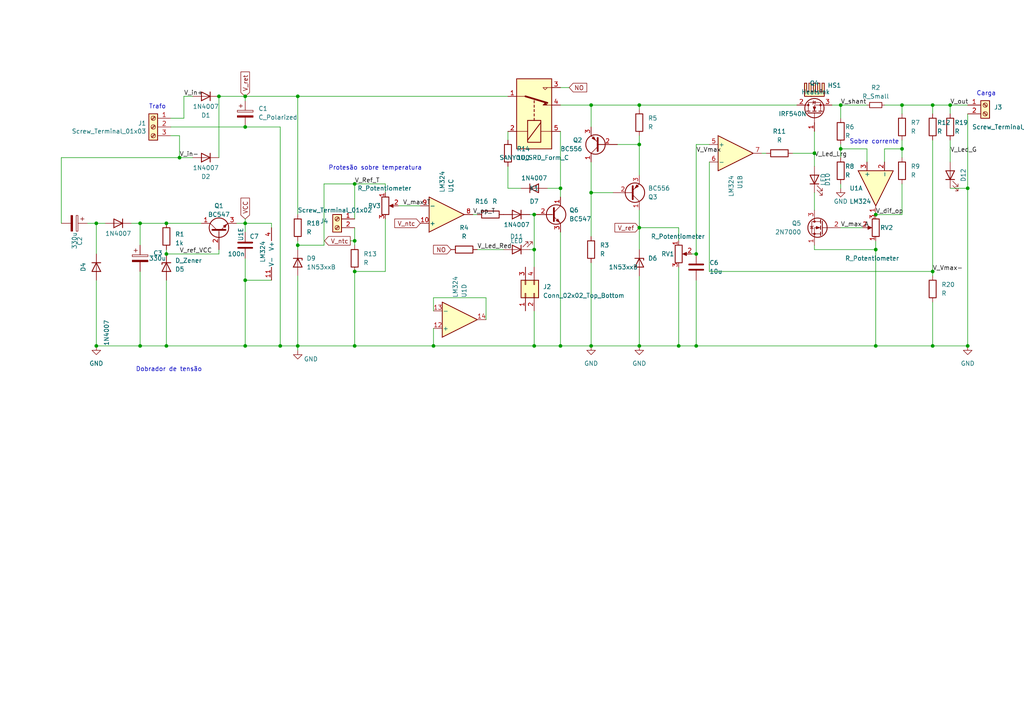
<source format=kicad_sch>
(kicad_sch (version 20230121) (generator eeschema)

  (uuid beac189b-cc0d-4244-a951-048c1f31fca3)

  (paper "A4")

  (lib_symbols
    (symbol "Amplifier_Operational:LM324" (pin_names (offset 0.127)) (in_bom yes) (on_board yes)
      (property "Reference" "U" (at 0 5.08 0)
        (effects (font (size 1.27 1.27)) (justify left))
      )
      (property "Value" "LM324" (at 0 -5.08 0)
        (effects (font (size 1.27 1.27)) (justify left))
      )
      (property "Footprint" "" (at -1.27 2.54 0)
        (effects (font (size 1.27 1.27)) hide)
      )
      (property "Datasheet" "http://www.ti.com/lit/ds/symlink/lm2902-n.pdf" (at 1.27 5.08 0)
        (effects (font (size 1.27 1.27)) hide)
      )
      (property "ki_locked" "" (at 0 0 0)
        (effects (font (size 1.27 1.27)))
      )
      (property "ki_keywords" "quad opamp" (at 0 0 0)
        (effects (font (size 1.27 1.27)) hide)
      )
      (property "ki_description" "Low-Power, Quad-Operational Amplifiers, DIP-14/SOIC-14/SSOP-14" (at 0 0 0)
        (effects (font (size 1.27 1.27)) hide)
      )
      (property "ki_fp_filters" "SOIC*3.9x8.7mm*P1.27mm* DIP*W7.62mm* TSSOP*4.4x5mm*P0.65mm* SSOP*5.3x6.2mm*P0.65mm* MSOP*3x3mm*P0.5mm*" (at 0 0 0)
        (effects (font (size 1.27 1.27)) hide)
      )
      (symbol "LM324_1_1"
        (polyline
          (pts
            (xy -5.08 5.08)
            (xy 5.08 0)
            (xy -5.08 -5.08)
            (xy -5.08 5.08)
          )
          (stroke (width 0.254) (type default))
          (fill (type background))
        )
        (pin output line (at 7.62 0 180) (length 2.54)
          (name "~" (effects (font (size 1.27 1.27))))
          (number "1" (effects (font (size 1.27 1.27))))
        )
        (pin input line (at -7.62 -2.54 0) (length 2.54)
          (name "-" (effects (font (size 1.27 1.27))))
          (number "2" (effects (font (size 1.27 1.27))))
        )
        (pin input line (at -7.62 2.54 0) (length 2.54)
          (name "+" (effects (font (size 1.27 1.27))))
          (number "3" (effects (font (size 1.27 1.27))))
        )
      )
      (symbol "LM324_2_1"
        (polyline
          (pts
            (xy -5.08 5.08)
            (xy 5.08 0)
            (xy -5.08 -5.08)
            (xy -5.08 5.08)
          )
          (stroke (width 0.254) (type default))
          (fill (type background))
        )
        (pin input line (at -7.62 2.54 0) (length 2.54)
          (name "+" (effects (font (size 1.27 1.27))))
          (number "5" (effects (font (size 1.27 1.27))))
        )
        (pin input line (at -7.62 -2.54 0) (length 2.54)
          (name "-" (effects (font (size 1.27 1.27))))
          (number "6" (effects (font (size 1.27 1.27))))
        )
        (pin output line (at 7.62 0 180) (length 2.54)
          (name "~" (effects (font (size 1.27 1.27))))
          (number "7" (effects (font (size 1.27 1.27))))
        )
      )
      (symbol "LM324_3_1"
        (polyline
          (pts
            (xy -5.08 5.08)
            (xy 5.08 0)
            (xy -5.08 -5.08)
            (xy -5.08 5.08)
          )
          (stroke (width 0.254) (type default))
          (fill (type background))
        )
        (pin input line (at -7.62 2.54 0) (length 2.54)
          (name "+" (effects (font (size 1.27 1.27))))
          (number "10" (effects (font (size 1.27 1.27))))
        )
        (pin output line (at 7.62 0 180) (length 2.54)
          (name "~" (effects (font (size 1.27 1.27))))
          (number "8" (effects (font (size 1.27 1.27))))
        )
        (pin input line (at -7.62 -2.54 0) (length 2.54)
          (name "-" (effects (font (size 1.27 1.27))))
          (number "9" (effects (font (size 1.27 1.27))))
        )
      )
      (symbol "LM324_4_1"
        (polyline
          (pts
            (xy -5.08 5.08)
            (xy 5.08 0)
            (xy -5.08 -5.08)
            (xy -5.08 5.08)
          )
          (stroke (width 0.254) (type default))
          (fill (type background))
        )
        (pin input line (at -7.62 2.54 0) (length 2.54)
          (name "+" (effects (font (size 1.27 1.27))))
          (number "12" (effects (font (size 1.27 1.27))))
        )
        (pin input line (at -7.62 -2.54 0) (length 2.54)
          (name "-" (effects (font (size 1.27 1.27))))
          (number "13" (effects (font (size 1.27 1.27))))
        )
        (pin output line (at 7.62 0 180) (length 2.54)
          (name "~" (effects (font (size 1.27 1.27))))
          (number "14" (effects (font (size 1.27 1.27))))
        )
      )
      (symbol "LM324_5_1"
        (pin power_in line (at -2.54 -7.62 90) (length 3.81)
          (name "V-" (effects (font (size 1.27 1.27))))
          (number "11" (effects (font (size 1.27 1.27))))
        )
        (pin power_in line (at -2.54 7.62 270) (length 3.81)
          (name "V+" (effects (font (size 1.27 1.27))))
          (number "4" (effects (font (size 1.27 1.27))))
        )
      )
    )
    (symbol "Connector:Screw_Terminal_01x02" (pin_names (offset 1.016) hide) (in_bom yes) (on_board yes)
      (property "Reference" "J" (at 0 2.54 0)
        (effects (font (size 1.27 1.27)))
      )
      (property "Value" "Screw_Terminal_01x02" (at 0 -5.08 0)
        (effects (font (size 1.27 1.27)))
      )
      (property "Footprint" "" (at 0 0 0)
        (effects (font (size 1.27 1.27)) hide)
      )
      (property "Datasheet" "~" (at 0 0 0)
        (effects (font (size 1.27 1.27)) hide)
      )
      (property "ki_keywords" "screw terminal" (at 0 0 0)
        (effects (font (size 1.27 1.27)) hide)
      )
      (property "ki_description" "Generic screw terminal, single row, 01x02, script generated (kicad-library-utils/schlib/autogen/connector/)" (at 0 0 0)
        (effects (font (size 1.27 1.27)) hide)
      )
      (property "ki_fp_filters" "TerminalBlock*:*" (at 0 0 0)
        (effects (font (size 1.27 1.27)) hide)
      )
      (symbol "Screw_Terminal_01x02_1_1"
        (rectangle (start -1.27 1.27) (end 1.27 -3.81)
          (stroke (width 0.254) (type default))
          (fill (type background))
        )
        (circle (center 0 -2.54) (radius 0.635)
          (stroke (width 0.1524) (type default))
          (fill (type none))
        )
        (polyline
          (pts
            (xy -0.5334 -2.2098)
            (xy 0.3302 -3.048)
          )
          (stroke (width 0.1524) (type default))
          (fill (type none))
        )
        (polyline
          (pts
            (xy -0.5334 0.3302)
            (xy 0.3302 -0.508)
          )
          (stroke (width 0.1524) (type default))
          (fill (type none))
        )
        (polyline
          (pts
            (xy -0.3556 -2.032)
            (xy 0.508 -2.8702)
          )
          (stroke (width 0.1524) (type default))
          (fill (type none))
        )
        (polyline
          (pts
            (xy -0.3556 0.508)
            (xy 0.508 -0.3302)
          )
          (stroke (width 0.1524) (type default))
          (fill (type none))
        )
        (circle (center 0 0) (radius 0.635)
          (stroke (width 0.1524) (type default))
          (fill (type none))
        )
        (pin passive line (at -5.08 0 0) (length 3.81)
          (name "Pin_1" (effects (font (size 1.27 1.27))))
          (number "1" (effects (font (size 1.27 1.27))))
        )
        (pin passive line (at -5.08 -2.54 0) (length 3.81)
          (name "Pin_2" (effects (font (size 1.27 1.27))))
          (number "2" (effects (font (size 1.27 1.27))))
        )
      )
    )
    (symbol "Connector:Screw_Terminal_01x03" (pin_names (offset 1.016) hide) (in_bom yes) (on_board yes)
      (property "Reference" "J" (at 0 5.08 0)
        (effects (font (size 1.27 1.27)))
      )
      (property "Value" "Screw_Terminal_01x03" (at 0 -5.08 0)
        (effects (font (size 1.27 1.27)))
      )
      (property "Footprint" "" (at 0 0 0)
        (effects (font (size 1.27 1.27)) hide)
      )
      (property "Datasheet" "~" (at 0 0 0)
        (effects (font (size 1.27 1.27)) hide)
      )
      (property "ki_keywords" "screw terminal" (at 0 0 0)
        (effects (font (size 1.27 1.27)) hide)
      )
      (property "ki_description" "Generic screw terminal, single row, 01x03, script generated (kicad-library-utils/schlib/autogen/connector/)" (at 0 0 0)
        (effects (font (size 1.27 1.27)) hide)
      )
      (property "ki_fp_filters" "TerminalBlock*:*" (at 0 0 0)
        (effects (font (size 1.27 1.27)) hide)
      )
      (symbol "Screw_Terminal_01x03_1_1"
        (rectangle (start -1.27 3.81) (end 1.27 -3.81)
          (stroke (width 0.254) (type default))
          (fill (type background))
        )
        (circle (center 0 -2.54) (radius 0.635)
          (stroke (width 0.1524) (type default))
          (fill (type none))
        )
        (polyline
          (pts
            (xy -0.5334 -2.2098)
            (xy 0.3302 -3.048)
          )
          (stroke (width 0.1524) (type default))
          (fill (type none))
        )
        (polyline
          (pts
            (xy -0.5334 0.3302)
            (xy 0.3302 -0.508)
          )
          (stroke (width 0.1524) (type default))
          (fill (type none))
        )
        (polyline
          (pts
            (xy -0.5334 2.8702)
            (xy 0.3302 2.032)
          )
          (stroke (width 0.1524) (type default))
          (fill (type none))
        )
        (polyline
          (pts
            (xy -0.3556 -2.032)
            (xy 0.508 -2.8702)
          )
          (stroke (width 0.1524) (type default))
          (fill (type none))
        )
        (polyline
          (pts
            (xy -0.3556 0.508)
            (xy 0.508 -0.3302)
          )
          (stroke (width 0.1524) (type default))
          (fill (type none))
        )
        (polyline
          (pts
            (xy -0.3556 3.048)
            (xy 0.508 2.2098)
          )
          (stroke (width 0.1524) (type default))
          (fill (type none))
        )
        (circle (center 0 0) (radius 0.635)
          (stroke (width 0.1524) (type default))
          (fill (type none))
        )
        (circle (center 0 2.54) (radius 0.635)
          (stroke (width 0.1524) (type default))
          (fill (type none))
        )
        (pin passive line (at -5.08 2.54 0) (length 3.81)
          (name "Pin_1" (effects (font (size 1.27 1.27))))
          (number "1" (effects (font (size 1.27 1.27))))
        )
        (pin passive line (at -5.08 0 0) (length 3.81)
          (name "Pin_2" (effects (font (size 1.27 1.27))))
          (number "2" (effects (font (size 1.27 1.27))))
        )
        (pin passive line (at -5.08 -2.54 0) (length 3.81)
          (name "Pin_3" (effects (font (size 1.27 1.27))))
          (number "3" (effects (font (size 1.27 1.27))))
        )
      )
    )
    (symbol "Connector_Generic:Conn_02x02_Top_Bottom" (pin_names (offset 1.016) hide) (in_bom yes) (on_board yes)
      (property "Reference" "J" (at 1.27 2.54 0)
        (effects (font (size 1.27 1.27)))
      )
      (property "Value" "Conn_02x02_Top_Bottom" (at 1.27 -5.08 0)
        (effects (font (size 1.27 1.27)))
      )
      (property "Footprint" "" (at 0 0 0)
        (effects (font (size 1.27 1.27)) hide)
      )
      (property "Datasheet" "~" (at 0 0 0)
        (effects (font (size 1.27 1.27)) hide)
      )
      (property "ki_keywords" "connector" (at 0 0 0)
        (effects (font (size 1.27 1.27)) hide)
      )
      (property "ki_description" "Generic connector, double row, 02x02, top/bottom pin numbering scheme (row 1: 1...pins_per_row, row2: pins_per_row+1 ... num_pins), script generated (kicad-library-utils/schlib/autogen/connector/)" (at 0 0 0)
        (effects (font (size 1.27 1.27)) hide)
      )
      (property "ki_fp_filters" "Connector*:*_2x??_*" (at 0 0 0)
        (effects (font (size 1.27 1.27)) hide)
      )
      (symbol "Conn_02x02_Top_Bottom_1_1"
        (rectangle (start -1.27 -2.413) (end 0 -2.667)
          (stroke (width 0.1524) (type default))
          (fill (type none))
        )
        (rectangle (start -1.27 0.127) (end 0 -0.127)
          (stroke (width 0.1524) (type default))
          (fill (type none))
        )
        (rectangle (start -1.27 1.27) (end 3.81 -3.81)
          (stroke (width 0.254) (type default))
          (fill (type background))
        )
        (rectangle (start 3.81 -2.413) (end 2.54 -2.667)
          (stroke (width 0.1524) (type default))
          (fill (type none))
        )
        (rectangle (start 3.81 0.127) (end 2.54 -0.127)
          (stroke (width 0.1524) (type default))
          (fill (type none))
        )
        (pin passive line (at -5.08 0 0) (length 3.81)
          (name "Pin_1" (effects (font (size 1.27 1.27))))
          (number "1" (effects (font (size 1.27 1.27))))
        )
        (pin passive line (at -5.08 -2.54 0) (length 3.81)
          (name "Pin_2" (effects (font (size 1.27 1.27))))
          (number "2" (effects (font (size 1.27 1.27))))
        )
        (pin passive line (at 7.62 0 180) (length 3.81)
          (name "Pin_3" (effects (font (size 1.27 1.27))))
          (number "3" (effects (font (size 1.27 1.27))))
        )
        (pin passive line (at 7.62 -2.54 180) (length 3.81)
          (name "Pin_4" (effects (font (size 1.27 1.27))))
          (number "4" (effects (font (size 1.27 1.27))))
        )
      )
    )
    (symbol "Device:C" (pin_numbers hide) (pin_names (offset 0.254)) (in_bom yes) (on_board yes)
      (property "Reference" "C" (at 0.635 2.54 0)
        (effects (font (size 1.27 1.27)) (justify left))
      )
      (property "Value" "C" (at 0.635 -2.54 0)
        (effects (font (size 1.27 1.27)) (justify left))
      )
      (property "Footprint" "" (at 0.9652 -3.81 0)
        (effects (font (size 1.27 1.27)) hide)
      )
      (property "Datasheet" "~" (at 0 0 0)
        (effects (font (size 1.27 1.27)) hide)
      )
      (property "ki_keywords" "cap capacitor" (at 0 0 0)
        (effects (font (size 1.27 1.27)) hide)
      )
      (property "ki_description" "Unpolarized capacitor" (at 0 0 0)
        (effects (font (size 1.27 1.27)) hide)
      )
      (property "ki_fp_filters" "C_*" (at 0 0 0)
        (effects (font (size 1.27 1.27)) hide)
      )
      (symbol "C_0_1"
        (polyline
          (pts
            (xy -2.032 -0.762)
            (xy 2.032 -0.762)
          )
          (stroke (width 0.508) (type default))
          (fill (type none))
        )
        (polyline
          (pts
            (xy -2.032 0.762)
            (xy 2.032 0.762)
          )
          (stroke (width 0.508) (type default))
          (fill (type none))
        )
      )
      (symbol "C_1_1"
        (pin passive line (at 0 3.81 270) (length 2.794)
          (name "~" (effects (font (size 1.27 1.27))))
          (number "1" (effects (font (size 1.27 1.27))))
        )
        (pin passive line (at 0 -3.81 90) (length 2.794)
          (name "~" (effects (font (size 1.27 1.27))))
          (number "2" (effects (font (size 1.27 1.27))))
        )
      )
    )
    (symbol "Device:C_Polarized" (pin_numbers hide) (pin_names (offset 0.254)) (in_bom yes) (on_board yes)
      (property "Reference" "C" (at 0.635 2.54 0)
        (effects (font (size 1.27 1.27)) (justify left))
      )
      (property "Value" "C_Polarized" (at 0.635 -2.54 0)
        (effects (font (size 1.27 1.27)) (justify left))
      )
      (property "Footprint" "" (at 0.9652 -3.81 0)
        (effects (font (size 1.27 1.27)) hide)
      )
      (property "Datasheet" "~" (at 0 0 0)
        (effects (font (size 1.27 1.27)) hide)
      )
      (property "ki_keywords" "cap capacitor" (at 0 0 0)
        (effects (font (size 1.27 1.27)) hide)
      )
      (property "ki_description" "Polarized capacitor" (at 0 0 0)
        (effects (font (size 1.27 1.27)) hide)
      )
      (property "ki_fp_filters" "CP_*" (at 0 0 0)
        (effects (font (size 1.27 1.27)) hide)
      )
      (symbol "C_Polarized_0_1"
        (rectangle (start -2.286 0.508) (end 2.286 1.016)
          (stroke (width 0) (type default))
          (fill (type none))
        )
        (polyline
          (pts
            (xy -1.778 2.286)
            (xy -0.762 2.286)
          )
          (stroke (width 0) (type default))
          (fill (type none))
        )
        (polyline
          (pts
            (xy -1.27 2.794)
            (xy -1.27 1.778)
          )
          (stroke (width 0) (type default))
          (fill (type none))
        )
        (rectangle (start 2.286 -0.508) (end -2.286 -1.016)
          (stroke (width 0) (type default))
          (fill (type outline))
        )
      )
      (symbol "C_Polarized_1_1"
        (pin passive line (at 0 3.81 270) (length 2.794)
          (name "~" (effects (font (size 1.27 1.27))))
          (number "1" (effects (font (size 1.27 1.27))))
        )
        (pin passive line (at 0 -3.81 90) (length 2.794)
          (name "~" (effects (font (size 1.27 1.27))))
          (number "2" (effects (font (size 1.27 1.27))))
        )
      )
    )
    (symbol "Device:D_Zener" (pin_numbers hide) (pin_names (offset 1.016) hide) (in_bom yes) (on_board yes)
      (property "Reference" "D" (at 0 2.54 0)
        (effects (font (size 1.27 1.27)))
      )
      (property "Value" "D_Zener" (at 0 -2.54 0)
        (effects (font (size 1.27 1.27)))
      )
      (property "Footprint" "" (at 0 0 0)
        (effects (font (size 1.27 1.27)) hide)
      )
      (property "Datasheet" "~" (at 0 0 0)
        (effects (font (size 1.27 1.27)) hide)
      )
      (property "ki_keywords" "diode" (at 0 0 0)
        (effects (font (size 1.27 1.27)) hide)
      )
      (property "ki_description" "Zener diode" (at 0 0 0)
        (effects (font (size 1.27 1.27)) hide)
      )
      (property "ki_fp_filters" "TO-???* *_Diode_* *SingleDiode* D_*" (at 0 0 0)
        (effects (font (size 1.27 1.27)) hide)
      )
      (symbol "D_Zener_0_1"
        (polyline
          (pts
            (xy 1.27 0)
            (xy -1.27 0)
          )
          (stroke (width 0) (type default))
          (fill (type none))
        )
        (polyline
          (pts
            (xy -1.27 -1.27)
            (xy -1.27 1.27)
            (xy -0.762 1.27)
          )
          (stroke (width 0.254) (type default))
          (fill (type none))
        )
        (polyline
          (pts
            (xy 1.27 -1.27)
            (xy 1.27 1.27)
            (xy -1.27 0)
            (xy 1.27 -1.27)
          )
          (stroke (width 0.254) (type default))
          (fill (type none))
        )
      )
      (symbol "D_Zener_1_1"
        (pin passive line (at -3.81 0 0) (length 2.54)
          (name "K" (effects (font (size 1.27 1.27))))
          (number "1" (effects (font (size 1.27 1.27))))
        )
        (pin passive line (at 3.81 0 180) (length 2.54)
          (name "A" (effects (font (size 1.27 1.27))))
          (number "2" (effects (font (size 1.27 1.27))))
        )
      )
    )
    (symbol "Device:LED" (pin_numbers hide) (pin_names (offset 1.016) hide) (in_bom yes) (on_board yes)
      (property "Reference" "D" (at 0 2.54 0)
        (effects (font (size 1.27 1.27)))
      )
      (property "Value" "LED" (at 0 -2.54 0)
        (effects (font (size 1.27 1.27)))
      )
      (property "Footprint" "" (at 0 0 0)
        (effects (font (size 1.27 1.27)) hide)
      )
      (property "Datasheet" "~" (at 0 0 0)
        (effects (font (size 1.27 1.27)) hide)
      )
      (property "ki_keywords" "LED diode" (at 0 0 0)
        (effects (font (size 1.27 1.27)) hide)
      )
      (property "ki_description" "Light emitting diode" (at 0 0 0)
        (effects (font (size 1.27 1.27)) hide)
      )
      (property "ki_fp_filters" "LED* LED_SMD:* LED_THT:*" (at 0 0 0)
        (effects (font (size 1.27 1.27)) hide)
      )
      (symbol "LED_0_1"
        (polyline
          (pts
            (xy -1.27 -1.27)
            (xy -1.27 1.27)
          )
          (stroke (width 0.254) (type default))
          (fill (type none))
        )
        (polyline
          (pts
            (xy -1.27 0)
            (xy 1.27 0)
          )
          (stroke (width 0) (type default))
          (fill (type none))
        )
        (polyline
          (pts
            (xy 1.27 -1.27)
            (xy 1.27 1.27)
            (xy -1.27 0)
            (xy 1.27 -1.27)
          )
          (stroke (width 0.254) (type default))
          (fill (type none))
        )
        (polyline
          (pts
            (xy -3.048 -0.762)
            (xy -4.572 -2.286)
            (xy -3.81 -2.286)
            (xy -4.572 -2.286)
            (xy -4.572 -1.524)
          )
          (stroke (width 0) (type default))
          (fill (type none))
        )
        (polyline
          (pts
            (xy -1.778 -0.762)
            (xy -3.302 -2.286)
            (xy -2.54 -2.286)
            (xy -3.302 -2.286)
            (xy -3.302 -1.524)
          )
          (stroke (width 0) (type default))
          (fill (type none))
        )
      )
      (symbol "LED_1_1"
        (pin passive line (at -3.81 0 0) (length 2.54)
          (name "K" (effects (font (size 1.27 1.27))))
          (number "1" (effects (font (size 1.27 1.27))))
        )
        (pin passive line (at 3.81 0 180) (length 2.54)
          (name "A" (effects (font (size 1.27 1.27))))
          (number "2" (effects (font (size 1.27 1.27))))
        )
      )
    )
    (symbol "Device:R" (pin_numbers hide) (pin_names (offset 0)) (in_bom yes) (on_board yes)
      (property "Reference" "R" (at 2.032 0 90)
        (effects (font (size 1.27 1.27)))
      )
      (property "Value" "R" (at 0 0 90)
        (effects (font (size 1.27 1.27)))
      )
      (property "Footprint" "" (at -1.778 0 90)
        (effects (font (size 1.27 1.27)) hide)
      )
      (property "Datasheet" "~" (at 0 0 0)
        (effects (font (size 1.27 1.27)) hide)
      )
      (property "ki_keywords" "R res resistor" (at 0 0 0)
        (effects (font (size 1.27 1.27)) hide)
      )
      (property "ki_description" "Resistor" (at 0 0 0)
        (effects (font (size 1.27 1.27)) hide)
      )
      (property "ki_fp_filters" "R_*" (at 0 0 0)
        (effects (font (size 1.27 1.27)) hide)
      )
      (symbol "R_0_1"
        (rectangle (start -1.016 -2.54) (end 1.016 2.54)
          (stroke (width 0.254) (type default))
          (fill (type none))
        )
      )
      (symbol "R_1_1"
        (pin passive line (at 0 3.81 270) (length 1.27)
          (name "~" (effects (font (size 1.27 1.27))))
          (number "1" (effects (font (size 1.27 1.27))))
        )
        (pin passive line (at 0 -3.81 90) (length 1.27)
          (name "~" (effects (font (size 1.27 1.27))))
          (number "2" (effects (font (size 1.27 1.27))))
        )
      )
    )
    (symbol "Device:R_Potentiometer" (pin_names (offset 1.016) hide) (in_bom yes) (on_board yes)
      (property "Reference" "RV" (at -4.445 0 90)
        (effects (font (size 1.27 1.27)))
      )
      (property "Value" "R_Potentiometer" (at -2.54 0 90)
        (effects (font (size 1.27 1.27)))
      )
      (property "Footprint" "" (at 0 0 0)
        (effects (font (size 1.27 1.27)) hide)
      )
      (property "Datasheet" "~" (at 0 0 0)
        (effects (font (size 1.27 1.27)) hide)
      )
      (property "ki_keywords" "resistor variable" (at 0 0 0)
        (effects (font (size 1.27 1.27)) hide)
      )
      (property "ki_description" "Potentiometer" (at 0 0 0)
        (effects (font (size 1.27 1.27)) hide)
      )
      (property "ki_fp_filters" "Potentiometer*" (at 0 0 0)
        (effects (font (size 1.27 1.27)) hide)
      )
      (symbol "R_Potentiometer_0_1"
        (polyline
          (pts
            (xy 2.54 0)
            (xy 1.524 0)
          )
          (stroke (width 0) (type default))
          (fill (type none))
        )
        (polyline
          (pts
            (xy 1.143 0)
            (xy 2.286 0.508)
            (xy 2.286 -0.508)
            (xy 1.143 0)
          )
          (stroke (width 0) (type default))
          (fill (type outline))
        )
        (rectangle (start 1.016 2.54) (end -1.016 -2.54)
          (stroke (width 0.254) (type default))
          (fill (type none))
        )
      )
      (symbol "R_Potentiometer_1_1"
        (pin passive line (at 0 3.81 270) (length 1.27)
          (name "1" (effects (font (size 1.27 1.27))))
          (number "1" (effects (font (size 1.27 1.27))))
        )
        (pin passive line (at 3.81 0 180) (length 1.27)
          (name "2" (effects (font (size 1.27 1.27))))
          (number "2" (effects (font (size 1.27 1.27))))
        )
        (pin passive line (at 0 -3.81 90) (length 1.27)
          (name "3" (effects (font (size 1.27 1.27))))
          (number "3" (effects (font (size 1.27 1.27))))
        )
      )
    )
    (symbol "Device:R_Small" (pin_numbers hide) (pin_names (offset 0.254) hide) (in_bom yes) (on_board yes)
      (property "Reference" "R" (at 0.762 0.508 0)
        (effects (font (size 1.27 1.27)) (justify left))
      )
      (property "Value" "R_Small" (at 0.762 -1.016 0)
        (effects (font (size 1.27 1.27)) (justify left))
      )
      (property "Footprint" "" (at 0 0 0)
        (effects (font (size 1.27 1.27)) hide)
      )
      (property "Datasheet" "~" (at 0 0 0)
        (effects (font (size 1.27 1.27)) hide)
      )
      (property "ki_keywords" "R resistor" (at 0 0 0)
        (effects (font (size 1.27 1.27)) hide)
      )
      (property "ki_description" "Resistor, small symbol" (at 0 0 0)
        (effects (font (size 1.27 1.27)) hide)
      )
      (property "ki_fp_filters" "R_*" (at 0 0 0)
        (effects (font (size 1.27 1.27)) hide)
      )
      (symbol "R_Small_0_1"
        (rectangle (start -0.762 1.778) (end 0.762 -1.778)
          (stroke (width 0.2032) (type default))
          (fill (type none))
        )
      )
      (symbol "R_Small_1_1"
        (pin passive line (at 0 2.54 270) (length 0.762)
          (name "~" (effects (font (size 1.27 1.27))))
          (number "1" (effects (font (size 1.27 1.27))))
        )
        (pin passive line (at 0 -2.54 90) (length 0.762)
          (name "~" (effects (font (size 1.27 1.27))))
          (number "2" (effects (font (size 1.27 1.27))))
        )
      )
    )
    (symbol "Diode:1N4007" (pin_numbers hide) (pin_names hide) (in_bom yes) (on_board yes)
      (property "Reference" "D" (at 0 2.54 0)
        (effects (font (size 1.27 1.27)))
      )
      (property "Value" "1N4007" (at 0 -2.54 0)
        (effects (font (size 1.27 1.27)))
      )
      (property "Footprint" "Diode_THT:D_DO-41_SOD81_P10.16mm_Horizontal" (at 0 -4.445 0)
        (effects (font (size 1.27 1.27)) hide)
      )
      (property "Datasheet" "http://www.vishay.com/docs/88503/1n4001.pdf" (at 0 0 0)
        (effects (font (size 1.27 1.27)) hide)
      )
      (property "Sim.Device" "D" (at 0 0 0)
        (effects (font (size 1.27 1.27)) hide)
      )
      (property "Sim.Pins" "1=K 2=A" (at 0 0 0)
        (effects (font (size 1.27 1.27)) hide)
      )
      (property "ki_keywords" "diode" (at 0 0 0)
        (effects (font (size 1.27 1.27)) hide)
      )
      (property "ki_description" "1000V 1A General Purpose Rectifier Diode, DO-41" (at 0 0 0)
        (effects (font (size 1.27 1.27)) hide)
      )
      (property "ki_fp_filters" "D*DO?41*" (at 0 0 0)
        (effects (font (size 1.27 1.27)) hide)
      )
      (symbol "1N4007_0_1"
        (polyline
          (pts
            (xy -1.27 1.27)
            (xy -1.27 -1.27)
          )
          (stroke (width 0.254) (type default))
          (fill (type none))
        )
        (polyline
          (pts
            (xy 1.27 0)
            (xy -1.27 0)
          )
          (stroke (width 0) (type default))
          (fill (type none))
        )
        (polyline
          (pts
            (xy 1.27 1.27)
            (xy 1.27 -1.27)
            (xy -1.27 0)
            (xy 1.27 1.27)
          )
          (stroke (width 0.254) (type default))
          (fill (type none))
        )
      )
      (symbol "1N4007_1_1"
        (pin passive line (at -3.81 0 0) (length 2.54)
          (name "K" (effects (font (size 1.27 1.27))))
          (number "1" (effects (font (size 1.27 1.27))))
        )
        (pin passive line (at 3.81 0 180) (length 2.54)
          (name "A" (effects (font (size 1.27 1.27))))
          (number "2" (effects (font (size 1.27 1.27))))
        )
      )
    )
    (symbol "Diode:1N53xxB" (pin_numbers hide) (pin_names hide) (in_bom yes) (on_board yes)
      (property "Reference" "D" (at 0 2.54 0)
        (effects (font (size 1.27 1.27)))
      )
      (property "Value" "1N53xxB" (at 0 -2.54 0)
        (effects (font (size 1.27 1.27)))
      )
      (property "Footprint" "Diode_THT:D_DO-201_P15.24mm_Horizontal" (at 0 -4.445 0)
        (effects (font (size 1.27 1.27)) hide)
      )
      (property "Datasheet" "https://diotec.com/tl_files/diotec/files/pdf/datasheets/1n5345b.pdf" (at 0 0 0)
        (effects (font (size 1.27 1.27)) hide)
      )
      (property "ki_keywords" "zener diode" (at 0 0 0)
        (effects (font (size 1.27 1.27)) hide)
      )
      (property "ki_description" "5000mW Zener Diode, DO-201" (at 0 0 0)
        (effects (font (size 1.27 1.27)) hide)
      )
      (property "ki_fp_filters" "D*DO?201*" (at 0 0 0)
        (effects (font (size 1.27 1.27)) hide)
      )
      (symbol "1N53xxB_0_1"
        (polyline
          (pts
            (xy 1.27 0)
            (xy -1.27 0)
          )
          (stroke (width 0) (type default))
          (fill (type none))
        )
        (polyline
          (pts
            (xy -1.27 -1.27)
            (xy -1.27 1.27)
            (xy -0.762 1.27)
          )
          (stroke (width 0.254) (type default))
          (fill (type none))
        )
        (polyline
          (pts
            (xy 1.27 -1.27)
            (xy 1.27 1.27)
            (xy -1.27 0)
            (xy 1.27 -1.27)
          )
          (stroke (width 0.254) (type default))
          (fill (type none))
        )
      )
      (symbol "1N53xxB_1_1"
        (pin passive line (at -3.81 0 0) (length 2.54)
          (name "K" (effects (font (size 1.27 1.27))))
          (number "1" (effects (font (size 1.27 1.27))))
        )
        (pin passive line (at 3.81 0 180) (length 2.54)
          (name "A" (effects (font (size 1.27 1.27))))
          (number "2" (effects (font (size 1.27 1.27))))
        )
      )
    )
    (symbol "Mechanical:Heatsink" (pin_names (offset 1.016)) (in_bom yes) (on_board yes)
      (property "Reference" "HS" (at 0 5.08 0)
        (effects (font (size 1.27 1.27)))
      )
      (property "Value" "Heatsink" (at 0 -1.27 0)
        (effects (font (size 1.27 1.27)))
      )
      (property "Footprint" "" (at 0.3048 0 0)
        (effects (font (size 1.27 1.27)) hide)
      )
      (property "Datasheet" "~" (at 0.3048 0 0)
        (effects (font (size 1.27 1.27)) hide)
      )
      (property "ki_keywords" "thermal heat temperature" (at 0 0 0)
        (effects (font (size 1.27 1.27)) hide)
      )
      (property "ki_description" "Heatsink" (at 0 0 0)
        (effects (font (size 1.27 1.27)) hide)
      )
      (property "ki_fp_filters" "Heatsink_*" (at 0 0 0)
        (effects (font (size 1.27 1.27)) hide)
      )
      (symbol "Heatsink_0_1"
        (polyline
          (pts
            (xy -0.3302 1.27)
            (xy -0.9652 1.27)
            (xy -0.9652 3.81)
            (xy -1.6002 3.81)
            (xy -1.6002 1.27)
            (xy -2.2352 1.27)
            (xy -2.2352 3.81)
            (xy -2.8702 3.81)
            (xy -2.8702 0)
            (xy -0.9652 0)
          )
          (stroke (width 0.254) (type default))
          (fill (type background))
        )
        (polyline
          (pts
            (xy -0.3302 1.27)
            (xy -0.3302 3.81)
            (xy 0.3048 3.81)
            (xy 0.3048 1.27)
            (xy 0.9398 1.27)
            (xy 0.9398 3.81)
            (xy 1.5748 3.81)
            (xy 1.5748 1.27)
            (xy 2.2098 1.27)
            (xy 2.2098 3.81)
            (xy 2.8448 3.81)
            (xy 2.8448 0)
            (xy -0.9652 0)
          )
          (stroke (width 0.254) (type default))
          (fill (type background))
        )
      )
    )
    (symbol "Relay:SANYOU_SRD_Form_C" (in_bom yes) (on_board yes)
      (property "Reference" "K" (at 11.43 3.81 0)
        (effects (font (size 1.27 1.27)) (justify left))
      )
      (property "Value" "SANYOU_SRD_Form_C" (at 11.43 1.27 0)
        (effects (font (size 1.27 1.27)) (justify left))
      )
      (property "Footprint" "Relay_THT:Relay_SPDT_SANYOU_SRD_Series_Form_C" (at 11.43 -1.27 0)
        (effects (font (size 1.27 1.27)) (justify left) hide)
      )
      (property "Datasheet" "http://www.sanyourelay.ca/public/products/pdf/SRD.pdf" (at 0 0 0)
        (effects (font (size 1.27 1.27)) hide)
      )
      (property "ki_keywords" "Single Pole Relay SPDT" (at 0 0 0)
        (effects (font (size 1.27 1.27)) hide)
      )
      (property "ki_description" "Sanyo SRD relay, Single Pole Miniature Power Relay," (at 0 0 0)
        (effects (font (size 1.27 1.27)) hide)
      )
      (property "ki_fp_filters" "Relay*SPDT*SANYOU*SRD*Series*Form*C*" (at 0 0 0)
        (effects (font (size 1.27 1.27)) hide)
      )
      (symbol "SANYOU_SRD_Form_C_0_0"
        (polyline
          (pts
            (xy 7.62 5.08)
            (xy 7.62 2.54)
            (xy 6.985 3.175)
            (xy 7.62 3.81)
          )
          (stroke (width 0) (type default))
          (fill (type none))
        )
      )
      (symbol "SANYOU_SRD_Form_C_0_1"
        (rectangle (start -10.16 5.08) (end 10.16 -5.08)
          (stroke (width 0.254) (type default))
          (fill (type background))
        )
        (rectangle (start -8.255 1.905) (end -1.905 -1.905)
          (stroke (width 0.254) (type default))
          (fill (type none))
        )
        (polyline
          (pts
            (xy -7.62 -1.905)
            (xy -2.54 1.905)
          )
          (stroke (width 0.254) (type default))
          (fill (type none))
        )
        (polyline
          (pts
            (xy -5.08 -5.08)
            (xy -5.08 -1.905)
          )
          (stroke (width 0) (type default))
          (fill (type none))
        )
        (polyline
          (pts
            (xy -5.08 5.08)
            (xy -5.08 1.905)
          )
          (stroke (width 0) (type default))
          (fill (type none))
        )
        (polyline
          (pts
            (xy -1.905 0)
            (xy -1.27 0)
          )
          (stroke (width 0.254) (type default))
          (fill (type none))
        )
        (polyline
          (pts
            (xy -0.635 0)
            (xy 0 0)
          )
          (stroke (width 0.254) (type default))
          (fill (type none))
        )
        (polyline
          (pts
            (xy 0.635 0)
            (xy 1.27 0)
          )
          (stroke (width 0.254) (type default))
          (fill (type none))
        )
        (polyline
          (pts
            (xy 1.905 0)
            (xy 2.54 0)
          )
          (stroke (width 0.254) (type default))
          (fill (type none))
        )
        (polyline
          (pts
            (xy 3.175 0)
            (xy 3.81 0)
          )
          (stroke (width 0.254) (type default))
          (fill (type none))
        )
        (polyline
          (pts
            (xy 5.08 -2.54)
            (xy 3.175 3.81)
          )
          (stroke (width 0.508) (type default))
          (fill (type none))
        )
        (polyline
          (pts
            (xy 5.08 -2.54)
            (xy 5.08 -5.08)
          )
          (stroke (width 0) (type default))
          (fill (type none))
        )
      )
      (symbol "SANYOU_SRD_Form_C_1_1"
        (polyline
          (pts
            (xy 2.54 3.81)
            (xy 3.175 3.175)
            (xy 2.54 2.54)
            (xy 2.54 5.08)
          )
          (stroke (width 0) (type default))
          (fill (type outline))
        )
        (pin passive line (at 5.08 -7.62 90) (length 2.54)
          (name "~" (effects (font (size 1.27 1.27))))
          (number "1" (effects (font (size 1.27 1.27))))
        )
        (pin passive line (at -5.08 -7.62 90) (length 2.54)
          (name "~" (effects (font (size 1.27 1.27))))
          (number "2" (effects (font (size 1.27 1.27))))
        )
        (pin passive line (at 7.62 7.62 270) (length 2.54)
          (name "~" (effects (font (size 1.27 1.27))))
          (number "3" (effects (font (size 1.27 1.27))))
        )
        (pin passive line (at 2.54 7.62 270) (length 2.54)
          (name "~" (effects (font (size 1.27 1.27))))
          (number "4" (effects (font (size 1.27 1.27))))
        )
        (pin passive line (at -5.08 7.62 270) (length 2.54)
          (name "~" (effects (font (size 1.27 1.27))))
          (number "5" (effects (font (size 1.27 1.27))))
        )
      )
    )
    (symbol "Transistor_BJT:BC547" (pin_names (offset 0) hide) (in_bom yes) (on_board yes)
      (property "Reference" "Q" (at 5.08 1.905 0)
        (effects (font (size 1.27 1.27)) (justify left))
      )
      (property "Value" "BC547" (at 5.08 0 0)
        (effects (font (size 1.27 1.27)) (justify left))
      )
      (property "Footprint" "Package_TO_SOT_THT:TO-92_Inline" (at 5.08 -1.905 0)
        (effects (font (size 1.27 1.27) italic) (justify left) hide)
      )
      (property "Datasheet" "https://www.onsemi.com/pub/Collateral/BC550-D.pdf" (at 0 0 0)
        (effects (font (size 1.27 1.27)) (justify left) hide)
      )
      (property "ki_keywords" "NPN Transistor" (at 0 0 0)
        (effects (font (size 1.27 1.27)) hide)
      )
      (property "ki_description" "0.1A Ic, 45V Vce, Small Signal NPN Transistor, TO-92" (at 0 0 0)
        (effects (font (size 1.27 1.27)) hide)
      )
      (property "ki_fp_filters" "TO?92*" (at 0 0 0)
        (effects (font (size 1.27 1.27)) hide)
      )
      (symbol "BC547_0_1"
        (polyline
          (pts
            (xy 0 0)
            (xy 0.635 0)
          )
          (stroke (width 0) (type default))
          (fill (type none))
        )
        (polyline
          (pts
            (xy 0.635 0.635)
            (xy 2.54 2.54)
          )
          (stroke (width 0) (type default))
          (fill (type none))
        )
        (polyline
          (pts
            (xy 0.635 -0.635)
            (xy 2.54 -2.54)
            (xy 2.54 -2.54)
          )
          (stroke (width 0) (type default))
          (fill (type none))
        )
        (polyline
          (pts
            (xy 0.635 1.905)
            (xy 0.635 -1.905)
            (xy 0.635 -1.905)
          )
          (stroke (width 0.508) (type default))
          (fill (type none))
        )
        (polyline
          (pts
            (xy 1.27 -1.778)
            (xy 1.778 -1.27)
            (xy 2.286 -2.286)
            (xy 1.27 -1.778)
            (xy 1.27 -1.778)
          )
          (stroke (width 0) (type default))
          (fill (type outline))
        )
        (circle (center 1.27 0) (radius 2.8194)
          (stroke (width 0.254) (type default))
          (fill (type none))
        )
      )
      (symbol "BC547_1_1"
        (pin passive line (at 2.54 5.08 270) (length 2.54)
          (name "C" (effects (font (size 1.27 1.27))))
          (number "1" (effects (font (size 1.27 1.27))))
        )
        (pin input line (at -5.08 0 0) (length 5.08)
          (name "B" (effects (font (size 1.27 1.27))))
          (number "2" (effects (font (size 1.27 1.27))))
        )
        (pin passive line (at 2.54 -5.08 90) (length 2.54)
          (name "E" (effects (font (size 1.27 1.27))))
          (number "3" (effects (font (size 1.27 1.27))))
        )
      )
    )
    (symbol "Transistor_BJT:BC556" (pin_names (offset 0) hide) (in_bom yes) (on_board yes)
      (property "Reference" "Q" (at 5.08 1.905 0)
        (effects (font (size 1.27 1.27)) (justify left))
      )
      (property "Value" "BC556" (at 5.08 0 0)
        (effects (font (size 1.27 1.27)) (justify left))
      )
      (property "Footprint" "Package_TO_SOT_THT:TO-92_Inline" (at 5.08 -1.905 0)
        (effects (font (size 1.27 1.27) italic) (justify left) hide)
      )
      (property "Datasheet" "https://www.onsemi.com/pub/Collateral/BC556BTA-D.pdf" (at 0 0 0)
        (effects (font (size 1.27 1.27)) (justify left) hide)
      )
      (property "ki_keywords" "PNP Transistor" (at 0 0 0)
        (effects (font (size 1.27 1.27)) hide)
      )
      (property "ki_description" "0.1A Ic, 65V Vce, PNP Small Signal Transistor, TO-92" (at 0 0 0)
        (effects (font (size 1.27 1.27)) hide)
      )
      (property "ki_fp_filters" "TO?92*" (at 0 0 0)
        (effects (font (size 1.27 1.27)) hide)
      )
      (symbol "BC556_0_1"
        (polyline
          (pts
            (xy 0.635 0.635)
            (xy 2.54 2.54)
          )
          (stroke (width 0) (type default))
          (fill (type none))
        )
        (polyline
          (pts
            (xy 0.635 -0.635)
            (xy 2.54 -2.54)
            (xy 2.54 -2.54)
          )
          (stroke (width 0) (type default))
          (fill (type none))
        )
        (polyline
          (pts
            (xy 0.635 1.905)
            (xy 0.635 -1.905)
            (xy 0.635 -1.905)
          )
          (stroke (width 0.508) (type default))
          (fill (type none))
        )
        (polyline
          (pts
            (xy 2.286 -1.778)
            (xy 1.778 -2.286)
            (xy 1.27 -1.27)
            (xy 2.286 -1.778)
            (xy 2.286 -1.778)
          )
          (stroke (width 0) (type default))
          (fill (type outline))
        )
        (circle (center 1.27 0) (radius 2.8194)
          (stroke (width 0.254) (type default))
          (fill (type none))
        )
      )
      (symbol "BC556_1_1"
        (pin passive line (at 2.54 5.08 270) (length 2.54)
          (name "C" (effects (font (size 1.27 1.27))))
          (number "1" (effects (font (size 1.27 1.27))))
        )
        (pin input line (at -5.08 0 0) (length 5.715)
          (name "B" (effects (font (size 1.27 1.27))))
          (number "2" (effects (font (size 1.27 1.27))))
        )
        (pin passive line (at 2.54 -5.08 90) (length 2.54)
          (name "E" (effects (font (size 1.27 1.27))))
          (number "3" (effects (font (size 1.27 1.27))))
        )
      )
    )
    (symbol "Transistor_FET:2N7000" (pin_names hide) (in_bom yes) (on_board yes)
      (property "Reference" "Q" (at 5.08 1.905 0)
        (effects (font (size 1.27 1.27)) (justify left))
      )
      (property "Value" "2N7000" (at 5.08 0 0)
        (effects (font (size 1.27 1.27)) (justify left))
      )
      (property "Footprint" "Package_TO_SOT_THT:TO-92_Inline" (at 5.08 -1.905 0)
        (effects (font (size 1.27 1.27) italic) (justify left) hide)
      )
      (property "Datasheet" "https://www.vishay.com/docs/70226/70226.pdf" (at 0 0 0)
        (effects (font (size 1.27 1.27)) (justify left) hide)
      )
      (property "ki_keywords" "N-Channel MOSFET Logic-Level" (at 0 0 0)
        (effects (font (size 1.27 1.27)) hide)
      )
      (property "ki_description" "0.2A Id, 200V Vds, N-Channel MOSFET, 2.6V Logic Level, TO-92" (at 0 0 0)
        (effects (font (size 1.27 1.27)) hide)
      )
      (property "ki_fp_filters" "TO?92*" (at 0 0 0)
        (effects (font (size 1.27 1.27)) hide)
      )
      (symbol "2N7000_0_1"
        (polyline
          (pts
            (xy 0.254 0)
            (xy -2.54 0)
          )
          (stroke (width 0) (type default))
          (fill (type none))
        )
        (polyline
          (pts
            (xy 0.254 1.905)
            (xy 0.254 -1.905)
          )
          (stroke (width 0.254) (type default))
          (fill (type none))
        )
        (polyline
          (pts
            (xy 0.762 -1.27)
            (xy 0.762 -2.286)
          )
          (stroke (width 0.254) (type default))
          (fill (type none))
        )
        (polyline
          (pts
            (xy 0.762 0.508)
            (xy 0.762 -0.508)
          )
          (stroke (width 0.254) (type default))
          (fill (type none))
        )
        (polyline
          (pts
            (xy 0.762 2.286)
            (xy 0.762 1.27)
          )
          (stroke (width 0.254) (type default))
          (fill (type none))
        )
        (polyline
          (pts
            (xy 2.54 2.54)
            (xy 2.54 1.778)
          )
          (stroke (width 0) (type default))
          (fill (type none))
        )
        (polyline
          (pts
            (xy 2.54 -2.54)
            (xy 2.54 0)
            (xy 0.762 0)
          )
          (stroke (width 0) (type default))
          (fill (type none))
        )
        (polyline
          (pts
            (xy 0.762 -1.778)
            (xy 3.302 -1.778)
            (xy 3.302 1.778)
            (xy 0.762 1.778)
          )
          (stroke (width 0) (type default))
          (fill (type none))
        )
        (polyline
          (pts
            (xy 1.016 0)
            (xy 2.032 0.381)
            (xy 2.032 -0.381)
            (xy 1.016 0)
          )
          (stroke (width 0) (type default))
          (fill (type outline))
        )
        (polyline
          (pts
            (xy 2.794 0.508)
            (xy 2.921 0.381)
            (xy 3.683 0.381)
            (xy 3.81 0.254)
          )
          (stroke (width 0) (type default))
          (fill (type none))
        )
        (polyline
          (pts
            (xy 3.302 0.381)
            (xy 2.921 -0.254)
            (xy 3.683 -0.254)
            (xy 3.302 0.381)
          )
          (stroke (width 0) (type default))
          (fill (type none))
        )
        (circle (center 1.651 0) (radius 2.794)
          (stroke (width 0.254) (type default))
          (fill (type none))
        )
        (circle (center 2.54 -1.778) (radius 0.254)
          (stroke (width 0) (type default))
          (fill (type outline))
        )
        (circle (center 2.54 1.778) (radius 0.254)
          (stroke (width 0) (type default))
          (fill (type outline))
        )
      )
      (symbol "2N7000_1_1"
        (pin passive line (at 2.54 -5.08 90) (length 2.54)
          (name "S" (effects (font (size 1.27 1.27))))
          (number "1" (effects (font (size 1.27 1.27))))
        )
        (pin input line (at -5.08 0 0) (length 2.54)
          (name "G" (effects (font (size 1.27 1.27))))
          (number "2" (effects (font (size 1.27 1.27))))
        )
        (pin passive line (at 2.54 5.08 270) (length 2.54)
          (name "D" (effects (font (size 1.27 1.27))))
          (number "3" (effects (font (size 1.27 1.27))))
        )
      )
    )
    (symbol "Transistor_FET:IRF540N" (pin_names hide) (in_bom yes) (on_board yes)
      (property "Reference" "Q" (at 6.35 1.905 0)
        (effects (font (size 1.27 1.27)) (justify left))
      )
      (property "Value" "IRF540N" (at 6.35 0 0)
        (effects (font (size 1.27 1.27)) (justify left))
      )
      (property "Footprint" "Package_TO_SOT_THT:TO-220-3_Vertical" (at 6.35 -1.905 0)
        (effects (font (size 1.27 1.27) italic) (justify left) hide)
      )
      (property "Datasheet" "http://www.irf.com/product-info/datasheets/data/irf540n.pdf" (at 0 0 0)
        (effects (font (size 1.27 1.27)) (justify left) hide)
      )
      (property "ki_keywords" "HEXFET N-Channel MOSFET" (at 0 0 0)
        (effects (font (size 1.27 1.27)) hide)
      )
      (property "ki_description" "33A Id, 100V Vds, HEXFET N-Channel MOSFET, TO-220" (at 0 0 0)
        (effects (font (size 1.27 1.27)) hide)
      )
      (property "ki_fp_filters" "TO?220*" (at 0 0 0)
        (effects (font (size 1.27 1.27)) hide)
      )
      (symbol "IRF540N_0_1"
        (polyline
          (pts
            (xy 0.254 0)
            (xy -2.54 0)
          )
          (stroke (width 0) (type default))
          (fill (type none))
        )
        (polyline
          (pts
            (xy 0.254 1.905)
            (xy 0.254 -1.905)
          )
          (stroke (width 0.254) (type default))
          (fill (type none))
        )
        (polyline
          (pts
            (xy 0.762 -1.27)
            (xy 0.762 -2.286)
          )
          (stroke (width 0.254) (type default))
          (fill (type none))
        )
        (polyline
          (pts
            (xy 0.762 0.508)
            (xy 0.762 -0.508)
          )
          (stroke (width 0.254) (type default))
          (fill (type none))
        )
        (polyline
          (pts
            (xy 0.762 2.286)
            (xy 0.762 1.27)
          )
          (stroke (width 0.254) (type default))
          (fill (type none))
        )
        (polyline
          (pts
            (xy 2.54 2.54)
            (xy 2.54 1.778)
          )
          (stroke (width 0) (type default))
          (fill (type none))
        )
        (polyline
          (pts
            (xy 2.54 -2.54)
            (xy 2.54 0)
            (xy 0.762 0)
          )
          (stroke (width 0) (type default))
          (fill (type none))
        )
        (polyline
          (pts
            (xy 0.762 -1.778)
            (xy 3.302 -1.778)
            (xy 3.302 1.778)
            (xy 0.762 1.778)
          )
          (stroke (width 0) (type default))
          (fill (type none))
        )
        (polyline
          (pts
            (xy 1.016 0)
            (xy 2.032 0.381)
            (xy 2.032 -0.381)
            (xy 1.016 0)
          )
          (stroke (width 0) (type default))
          (fill (type outline))
        )
        (polyline
          (pts
            (xy 2.794 0.508)
            (xy 2.921 0.381)
            (xy 3.683 0.381)
            (xy 3.81 0.254)
          )
          (stroke (width 0) (type default))
          (fill (type none))
        )
        (polyline
          (pts
            (xy 3.302 0.381)
            (xy 2.921 -0.254)
            (xy 3.683 -0.254)
            (xy 3.302 0.381)
          )
          (stroke (width 0) (type default))
          (fill (type none))
        )
        (circle (center 1.651 0) (radius 2.794)
          (stroke (width 0.254) (type default))
          (fill (type none))
        )
        (circle (center 2.54 -1.778) (radius 0.254)
          (stroke (width 0) (type default))
          (fill (type outline))
        )
        (circle (center 2.54 1.778) (radius 0.254)
          (stroke (width 0) (type default))
          (fill (type outline))
        )
      )
      (symbol "IRF540N_1_1"
        (pin input line (at -5.08 0 0) (length 2.54)
          (name "G" (effects (font (size 1.27 1.27))))
          (number "1" (effects (font (size 1.27 1.27))))
        )
        (pin passive line (at 2.54 5.08 270) (length 2.54)
          (name "D" (effects (font (size 1.27 1.27))))
          (number "2" (effects (font (size 1.27 1.27))))
        )
        (pin passive line (at 2.54 -5.08 90) (length 2.54)
          (name "S" (effects (font (size 1.27 1.27))))
          (number "3" (effects (font (size 1.27 1.27))))
        )
      )
    )
    (symbol "power:GND" (power) (pin_names (offset 0)) (in_bom yes) (on_board yes)
      (property "Reference" "#PWR" (at 0 -6.35 0)
        (effects (font (size 1.27 1.27)) hide)
      )
      (property "Value" "GND" (at 0 -3.81 0)
        (effects (font (size 1.27 1.27)))
      )
      (property "Footprint" "" (at 0 0 0)
        (effects (font (size 1.27 1.27)) hide)
      )
      (property "Datasheet" "" (at 0 0 0)
        (effects (font (size 1.27 1.27)) hide)
      )
      (property "ki_keywords" "global power" (at 0 0 0)
        (effects (font (size 1.27 1.27)) hide)
      )
      (property "ki_description" "Power symbol creates a global label with name \"GND\" , ground" (at 0 0 0)
        (effects (font (size 1.27 1.27)) hide)
      )
      (symbol "GND_0_1"
        (polyline
          (pts
            (xy 0 0)
            (xy 0 -1.27)
            (xy 1.27 -1.27)
            (xy 0 -2.54)
            (xy -1.27 -1.27)
            (xy 0 -1.27)
          )
          (stroke (width 0) (type default))
          (fill (type none))
        )
      )
      (symbol "GND_1_1"
        (pin power_in line (at 0 0 270) (length 0) hide
          (name "GND" (effects (font (size 1.27 1.27))))
          (number "1" (effects (font (size 1.27 1.27))))
        )
      )
    )
  )

  (junction (at 171.45 30.48) (diameter 0) (color 0 0 0 0)
    (uuid 0a687505-3ec2-4300-8185-fbcb2a09289d)
  )
  (junction (at 270.51 30.48) (diameter 0) (color 0 0 0 0)
    (uuid 0d68df95-f042-4e00-8978-698c85f40fd8)
  )
  (junction (at 71.12 27.94) (diameter 0) (color 0 0 0 0)
    (uuid 0ebf8b55-fc59-4a96-ac02-d48db303c3cd)
  )
  (junction (at 102.87 69.85) (diameter 0) (color 0 0 0 0)
    (uuid 10bbc5e3-0710-491d-9246-5b89e40b74bb)
  )
  (junction (at 162.56 100.33) (diameter 0) (color 0 0 0 0)
    (uuid 1157b4c2-9d94-4a3e-a3ec-986d0f77362c)
  )
  (junction (at 71.12 64.77) (diameter 0) (color 0 0 0 0)
    (uuid 1db7c291-ea30-4f25-a895-4c7432fd1774)
  )
  (junction (at 261.62 43.18) (diameter 0) (color 0 0 0 0)
    (uuid 26c3d475-da61-432e-9a18-ddde7079a1de)
  )
  (junction (at 86.36 27.94) (diameter 0) (color 0 0 0 0)
    (uuid 281d0f9e-9ac5-4ee6-b8f1-f72d67fc86a0)
  )
  (junction (at 154.94 62.23) (diameter 0) (color 0 0 0 0)
    (uuid 2a02ff00-bd03-4f25-b3a0-b4909d6a56d5)
  )
  (junction (at 201.93 73.66) (diameter 0) (color 0 0 0 0)
    (uuid 2be7f330-8af4-4367-b4bd-66da37aafbb0)
  )
  (junction (at 280.67 54.61) (diameter 0) (color 0 0 0 0)
    (uuid 2f6cd56d-45de-4205-ada8-74a34ed683e3)
  )
  (junction (at 48.26 100.33) (diameter 0) (color 0 0 0 0)
    (uuid 385bee30-b43c-483a-9c8c-a85e66b91881)
  )
  (junction (at 40.64 64.77) (diameter 0) (color 0 0 0 0)
    (uuid 3943736c-d833-472c-a975-fcba124c484f)
  )
  (junction (at 243.84 30.48) (diameter 0) (color 0 0 0 0)
    (uuid 39450acb-c124-48f9-b898-789382c68724)
  )
  (junction (at 102.87 53.34) (diameter 0) (color 0 0 0 0)
    (uuid 3e9a58a0-9762-42df-a1fe-45ec113d309d)
  )
  (junction (at 185.42 100.33) (diameter 0) (color 0 0 0 0)
    (uuid 40369f48-585e-4fcb-a6b1-f180e31495d7)
  )
  (junction (at 154.94 100.33) (diameter 0) (color 0 0 0 0)
    (uuid 429b3dc1-dddc-4cce-9154-4c8612b1872b)
  )
  (junction (at 270.51 78.74) (diameter 0) (color 0 0 0 0)
    (uuid 4460ccec-207e-45c4-8137-42afb0fb9012)
  )
  (junction (at 27.94 100.33) (diameter 0) (color 0 0 0 0)
    (uuid 452be80b-fb0b-43b9-8661-5651277be339)
  )
  (junction (at 86.36 71.12) (diameter 0) (color 0 0 0 0)
    (uuid 4832c80a-aaf3-4a32-b135-42fb9804ee47)
  )
  (junction (at 40.64 100.33) (diameter 0) (color 0 0 0 0)
    (uuid 4b32a92b-3c3e-49ee-8382-419e441417dd)
  )
  (junction (at 275.59 30.48) (diameter 0) (color 0 0 0 0)
    (uuid 4cd70f94-872f-4a0d-8046-74b55ee222c6)
  )
  (junction (at 185.42 66.04) (diameter 0) (color 0 0 0 0)
    (uuid 5254a1e3-41ef-4e13-bd1a-4babb34cec14)
  )
  (junction (at 236.22 44.45) (diameter 0) (color 0 0 0 0)
    (uuid 5275922a-06e8-418c-afae-6c1d54c45c8b)
  )
  (junction (at 162.56 54.61) (diameter 0) (color 0 0 0 0)
    (uuid 60c34479-b733-4c46-bdb3-b1ffa4214d5d)
  )
  (junction (at 171.45 55.88) (diameter 0) (color 0 0 0 0)
    (uuid 632cb578-770e-4c8f-b9db-8f65c3b96334)
  )
  (junction (at 71.12 100.33) (diameter 0) (color 0 0 0 0)
    (uuid 6a32c386-e7cb-4346-b533-4e51299c971e)
  )
  (junction (at 280.67 100.33) (diameter 0) (color 0 0 0 0)
    (uuid 75093c0c-acf6-4d70-81fc-59a972b26445)
  )
  (junction (at 63.5 27.94) (diameter 0) (color 0 0 0 0)
    (uuid 76a119e6-479f-4633-9ab5-79d11112467d)
  )
  (junction (at 185.42 30.48) (diameter 0) (color 0 0 0 0)
    (uuid 780cc051-803d-49ab-890b-9721ea2a4fa3)
  )
  (junction (at 270.51 100.33) (diameter 0) (color 0 0 0 0)
    (uuid 7b15e1bd-2835-4475-88b5-65ed6e0ceeab)
  )
  (junction (at 254 72.39) (diameter 0) (color 0 0 0 0)
    (uuid 7b8ca9dd-f624-42c7-ad9b-5809435c41bc)
  )
  (junction (at 102.87 100.33) (diameter 0) (color 0 0 0 0)
    (uuid 802063f6-76a4-4b64-a813-13edb3e9934d)
  )
  (junction (at 254 100.33) (diameter 0) (color 0 0 0 0)
    (uuid 8549ef32-506a-4eee-94dd-8af74bfdc054)
  )
  (junction (at 125.73 100.33) (diameter 0) (color 0 0 0 0)
    (uuid 8c4cb491-0243-48d3-923d-191f81543223)
  )
  (junction (at 196.85 100.33) (diameter 0) (color 0 0 0 0)
    (uuid 98a9d71e-c9cf-435f-9b4c-0e05bf92fc47)
  )
  (junction (at 27.94 64.77) (diameter 0) (color 0 0 0 0)
    (uuid 9952c6cc-90f7-4f25-a6be-40d53f637de0)
  )
  (junction (at 243.84 43.18) (diameter 0) (color 0 0 0 0)
    (uuid ab01eb2f-ac6a-47be-bcb5-7a4bb52f44a6)
  )
  (junction (at 261.62 30.48) (diameter 0) (color 0 0 0 0)
    (uuid b03ce64d-48d5-4050-bf66-c16f9ab08a87)
  )
  (junction (at 254 62.23) (diameter 0) (color 0 0 0 0)
    (uuid bd427d73-67a4-4895-9647-2b2e3618bae8)
  )
  (junction (at 171.45 100.33) (diameter 0) (color 0 0 0 0)
    (uuid bd4bac02-bcbb-4ca4-a606-b7c3c022e51d)
  )
  (junction (at 201.93 100.33) (diameter 0) (color 0 0 0 0)
    (uuid c3b2d5ac-4ccc-4024-bff5-7821026386ff)
  )
  (junction (at 102.87 78.74) (diameter 0) (color 0 0 0 0)
    (uuid c81de562-2971-47cc-9509-2188dd7e8ebb)
  )
  (junction (at 81.28 100.33) (diameter 0) (color 0 0 0 0)
    (uuid d7c9f738-9109-40f6-8c8f-c4e6072c5534)
  )
  (junction (at 154.94 72.39) (diameter 0) (color 0 0 0 0)
    (uuid e8075d32-a19d-44df-8501-ccbf719fdf39)
  )
  (junction (at 185.42 41.91) (diameter 0) (color 0 0 0 0)
    (uuid eac9f324-d297-4e71-8808-b39c1445263d)
  )
  (junction (at 71.12 81.28) (diameter 0) (color 0 0 0 0)
    (uuid ee95cb68-7a65-4565-aba2-6751e89cc341)
  )
  (junction (at 71.12 36.83) (diameter 0) (color 0 0 0 0)
    (uuid f5b2d582-ca73-4552-ad2e-93fd3fbf3704)
  )
  (junction (at 48.26 64.77) (diameter 0) (color 0 0 0 0)
    (uuid f6b7f75b-033e-464b-8082-1ab68a4608cc)
  )
  (junction (at 52.07 45.72) (diameter 0) (color 0 0 0 0)
    (uuid fa00396a-0c76-4e2d-9f87-b773341d26e7)
  )
  (junction (at 86.36 100.33) (diameter 0) (color 0 0 0 0)
    (uuid fb889f1e-3c43-44b9-a41d-e951c7fbc1ec)
  )
  (junction (at 48.26 73.66) (diameter 0) (color 0 0 0 0)
    (uuid ff3eca59-c232-4917-8dbb-c28c6721bf63)
  )

  (wire (pts (xy 179.07 41.91) (xy 185.42 41.91))
    (stroke (width 0) (type default))
    (uuid 008dcf8c-652f-40b4-a506-383b7386b881)
  )
  (wire (pts (xy 185.42 30.48) (xy 185.42 31.75))
    (stroke (width 0) (type default))
    (uuid 042cfc7f-ebab-43d2-90a0-dbed42cd80e3)
  )
  (wire (pts (xy 196.85 77.47) (xy 196.85 100.33))
    (stroke (width 0) (type default))
    (uuid 045494d7-1b29-4015-9fec-004642204a33)
  )
  (wire (pts (xy 78.74 64.77) (xy 78.74 66.04))
    (stroke (width 0) (type default))
    (uuid 053c51e8-781e-476c-ab58-e0037b6dda82)
  )
  (wire (pts (xy 185.42 66.04) (xy 185.42 72.39))
    (stroke (width 0) (type default))
    (uuid 0638019a-b684-4c14-9897-b0841c1f90ff)
  )
  (wire (pts (xy 185.42 80.01) (xy 185.42 100.33))
    (stroke (width 0) (type default))
    (uuid 0a480ff5-aab0-408d-9454-ccd0496eaa92)
  )
  (wire (pts (xy 102.87 53.34) (xy 102.87 63.5))
    (stroke (width 0) (type default))
    (uuid 0d1d3bc0-2524-439e-ba6c-8addff291126)
  )
  (wire (pts (xy 185.42 30.48) (xy 231.14 30.48))
    (stroke (width 0) (type default))
    (uuid 0ed29e8a-c29d-4870-ab4d-480fc47f7c81)
  )
  (wire (pts (xy 201.93 41.91) (xy 201.93 73.66))
    (stroke (width 0) (type default))
    (uuid 0fc02ac6-9b56-480a-a1e8-61c56119ed88)
  )
  (wire (pts (xy 236.22 72.39) (xy 236.22 71.12))
    (stroke (width 0) (type default))
    (uuid 12a3cc1c-6a07-4d46-b1d7-e8d6b1ff318b)
  )
  (wire (pts (xy 185.42 60.96) (xy 185.42 66.04))
    (stroke (width 0) (type default))
    (uuid 14839555-9adc-438f-8f5d-8955a283835c)
  )
  (wire (pts (xy 52.07 45.72) (xy 55.88 45.72))
    (stroke (width 0) (type default))
    (uuid 15d91a25-d94d-42f5-a437-4eb8c9ac9b7a)
  )
  (wire (pts (xy 71.12 81.28) (xy 71.12 100.33))
    (stroke (width 0) (type default))
    (uuid 173f8dd3-7a84-475e-9600-ce626c99cefd)
  )
  (wire (pts (xy 154.94 72.39) (xy 154.94 77.47))
    (stroke (width 0) (type default))
    (uuid 1830bbc2-fc45-4c6d-9066-b2fedcf4b9a6)
  )
  (wire (pts (xy 196.85 100.33) (xy 201.93 100.33))
    (stroke (width 0) (type default))
    (uuid 1ad0d945-bb3c-4947-98f5-a7c1fb8fdd72)
  )
  (wire (pts (xy 86.36 80.01) (xy 86.36 100.33))
    (stroke (width 0) (type default))
    (uuid 1b66516c-f8e7-4d90-98e3-ea6bfdd825d7)
  )
  (wire (pts (xy 40.64 64.77) (xy 48.26 64.77))
    (stroke (width 0) (type default))
    (uuid 1f3c0dc7-2ae3-4551-83a1-ca8018d5d28b)
  )
  (wire (pts (xy 125.73 100.33) (xy 154.94 100.33))
    (stroke (width 0) (type default))
    (uuid 21b1db63-4b56-4a72-8de4-ad67394084c4)
  )
  (wire (pts (xy 53.34 34.29) (xy 49.53 34.29))
    (stroke (width 0) (type default))
    (uuid 2206d1a4-320c-4642-a224-ea35e784865c)
  )
  (wire (pts (xy 205.74 78.74) (xy 270.51 78.74))
    (stroke (width 0) (type default))
    (uuid 2516411c-9f94-4e56-9cae-e4fc5d6339ca)
  )
  (wire (pts (xy 171.45 55.88) (xy 177.8 55.88))
    (stroke (width 0) (type default))
    (uuid 25a28274-2a82-4fca-b812-1d1929f3566f)
  )
  (wire (pts (xy 68.58 64.77) (xy 71.12 64.77))
    (stroke (width 0) (type default))
    (uuid 2666ae18-f851-45be-81a3-44097c27c5e1)
  )
  (wire (pts (xy 171.45 36.83) (xy 171.45 30.48))
    (stroke (width 0) (type default))
    (uuid 28ddc7dd-f8a4-4bcf-9b62-d1362cd11256)
  )
  (wire (pts (xy 171.45 46.99) (xy 171.45 55.88))
    (stroke (width 0) (type default))
    (uuid 2d398e03-c2ea-4054-ab90-202af9d01901)
  )
  (wire (pts (xy 222.25 44.45) (xy 220.98 44.45))
    (stroke (width 0) (type default))
    (uuid 2f0289c6-7913-40ec-ad71-708ed8d1454e)
  )
  (wire (pts (xy 115.57 59.69) (xy 121.92 59.69))
    (stroke (width 0) (type default))
    (uuid 322a265e-9db8-46f9-acc6-240075d068f7)
  )
  (wire (pts (xy 236.22 72.39) (xy 254 72.39))
    (stroke (width 0) (type default))
    (uuid 324a2581-df65-46d1-ad8d-a136c7ad1b93)
  )
  (wire (pts (xy 185.42 100.33) (xy 196.85 100.33))
    (stroke (width 0) (type default))
    (uuid 32b5db9c-6178-44b8-a219-e93e3c68ccf1)
  )
  (wire (pts (xy 236.22 44.45) (xy 236.22 48.26))
    (stroke (width 0) (type default))
    (uuid 32e2b882-41cd-41e7-8169-b277c140c437)
  )
  (wire (pts (xy 27.94 64.77) (xy 27.94 73.66))
    (stroke (width 0) (type default))
    (uuid 33b00517-949b-4d86-bd64-43de54e6506a)
  )
  (wire (pts (xy 17.78 45.72) (xy 52.07 45.72))
    (stroke (width 0) (type default))
    (uuid 343022c8-efd1-47e5-8850-75a1900b1059)
  )
  (wire (pts (xy 261.62 62.23) (xy 261.62 53.34))
    (stroke (width 0) (type default))
    (uuid 3585ebdc-2a6e-4d53-9745-061cf357aaf0)
  )
  (wire (pts (xy 153.67 72.39) (xy 154.94 72.39))
    (stroke (width 0) (type default))
    (uuid 38910b00-b6a6-4058-b77f-bfd4c354f69d)
  )
  (wire (pts (xy 86.36 27.94) (xy 147.32 27.94))
    (stroke (width 0) (type default))
    (uuid 38dc2562-3f09-464b-955d-00648b249d37)
  )
  (wire (pts (xy 86.36 71.12) (xy 86.36 72.39))
    (stroke (width 0) (type default))
    (uuid 39ad41ba-e5fd-4924-a298-ae93399f452c)
  )
  (wire (pts (xy 52.07 39.37) (xy 52.07 45.72))
    (stroke (width 0) (type default))
    (uuid 3ac47734-6499-4037-b546-65aa5c90663d)
  )
  (wire (pts (xy 40.64 71.12) (xy 40.64 64.77))
    (stroke (width 0) (type default))
    (uuid 3b6ef83b-9fdf-4473-877c-3399522f9f03)
  )
  (wire (pts (xy 236.22 38.1) (xy 236.22 44.45))
    (stroke (width 0) (type default))
    (uuid 3e032247-67ca-470d-8820-d90b7e787e9d)
  )
  (wire (pts (xy 261.62 43.18) (xy 256.54 43.18))
    (stroke (width 0) (type default))
    (uuid 3e0edb59-8c12-401f-8db4-def75fd8a0a3)
  )
  (wire (pts (xy 270.51 78.74) (xy 270.51 80.01))
    (stroke (width 0) (type default))
    (uuid 3e508e1e-89e2-4b43-8ec3-7bc6332dfcbf)
  )
  (wire (pts (xy 243.84 54.61) (xy 243.84 53.34))
    (stroke (width 0) (type default))
    (uuid 4198c4b3-f223-4ac4-8210-82835c9b058e)
  )
  (wire (pts (xy 27.94 100.33) (xy 27.94 81.28))
    (stroke (width 0) (type default))
    (uuid 41f93f9f-12f7-461f-9a28-eaabf5b2b4b8)
  )
  (wire (pts (xy 275.59 46.99) (xy 275.59 40.64))
    (stroke (width 0) (type default))
    (uuid 47c39e9c-2c65-4dc9-81bf-c2881b9b54e2)
  )
  (wire (pts (xy 49.53 36.83) (xy 71.12 36.83))
    (stroke (width 0) (type default))
    (uuid 4c93dc32-ee0d-40e3-acae-8eb85ad2a408)
  )
  (wire (pts (xy 40.64 100.33) (xy 48.26 100.33))
    (stroke (width 0) (type default))
    (uuid 500a469b-6f96-4828-8597-057dce75f183)
  )
  (wire (pts (xy 254 100.33) (xy 270.51 100.33))
    (stroke (width 0) (type default))
    (uuid 5129b229-2253-4923-94ee-9410ae07dbf3)
  )
  (wire (pts (xy 140.97 86.36) (xy 140.97 92.71))
    (stroke (width 0) (type default))
    (uuid 52fad725-0104-4f41-bcc0-5456178d7eaa)
  )
  (wire (pts (xy 261.62 30.48) (xy 256.54 30.48))
    (stroke (width 0) (type default))
    (uuid 54dd4535-83c9-4dd8-9240-51652cd0c247)
  )
  (wire (pts (xy 138.43 62.23) (xy 137.16 62.23))
    (stroke (width 0) (type default))
    (uuid 5571b44e-e28f-40e9-8179-c4575ab778e9)
  )
  (wire (pts (xy 101.6 69.85) (xy 102.87 69.85))
    (stroke (width 0) (type default))
    (uuid 55f266ec-c2b6-4daf-a7ca-899b36efa619)
  )
  (wire (pts (xy 162.56 67.31) (xy 162.56 100.33))
    (stroke (width 0) (type default))
    (uuid 574d9423-5354-4d4b-8131-c8fb524cbaa7)
  )
  (wire (pts (xy 154.94 100.33) (xy 162.56 100.33))
    (stroke (width 0) (type default))
    (uuid 5880f0b5-78b2-4cec-a60e-c889fc67a2bd)
  )
  (wire (pts (xy 185.42 66.04) (xy 196.85 66.04))
    (stroke (width 0) (type default))
    (uuid 5a8a0df5-459d-40c1-90e2-f377270d27b2)
  )
  (wire (pts (xy 25.4 64.77) (xy 27.94 64.77))
    (stroke (width 0) (type default))
    (uuid 5b22528e-7b51-4998-8e15-609876df795b)
  )
  (wire (pts (xy 63.5 27.94) (xy 71.12 27.94))
    (stroke (width 0) (type default))
    (uuid 5c94da6b-7395-4278-9c74-725b87256420)
  )
  (wire (pts (xy 52.07 39.37) (xy 49.53 39.37))
    (stroke (width 0) (type default))
    (uuid 5d524fb0-06ac-467a-bffd-d35e108b4493)
  )
  (wire (pts (xy 71.12 64.77) (xy 78.74 64.77))
    (stroke (width 0) (type default))
    (uuid 5e53b81c-d9ad-4826-a48c-7d6cb056005f)
  )
  (wire (pts (xy 48.26 64.77) (xy 58.42 64.77))
    (stroke (width 0) (type default))
    (uuid 62695f20-dab0-4e47-a6b4-4cf7f3eab362)
  )
  (wire (pts (xy 86.36 100.33) (xy 102.87 100.33))
    (stroke (width 0) (type default))
    (uuid 635cff20-7992-4d90-a546-dec02ef019bf)
  )
  (wire (pts (xy 71.12 27.94) (xy 86.36 27.94))
    (stroke (width 0) (type default))
    (uuid 63a29a3a-79ce-48c2-9027-3219838ba5bb)
  )
  (wire (pts (xy 162.56 25.4) (xy 165.1 25.4))
    (stroke (width 0) (type default))
    (uuid 66b69dd8-31e3-4f37-86ca-2e2a7afffd47)
  )
  (wire (pts (xy 27.94 64.77) (xy 30.48 64.77))
    (stroke (width 0) (type default))
    (uuid 683185f2-c37f-40b4-bdee-f7a574e03dff)
  )
  (wire (pts (xy 48.26 100.33) (xy 48.26 81.28))
    (stroke (width 0) (type default))
    (uuid 687150f5-d7bf-4782-8734-cfb6dbef8be4)
  )
  (wire (pts (xy 275.59 54.61) (xy 280.67 54.61))
    (stroke (width 0) (type default))
    (uuid 6b694bcf-5476-4fba-86ef-7564d83ed628)
  )
  (wire (pts (xy 71.12 74.93) (xy 71.12 81.28))
    (stroke (width 0) (type default))
    (uuid 6c4ae6ca-f258-43e8-b5ea-f1ea134529de)
  )
  (wire (pts (xy 236.22 55.88) (xy 236.22 60.96))
    (stroke (width 0) (type default))
    (uuid 7396672a-6755-410d-98c4-8a6bdbabfa5b)
  )
  (wire (pts (xy 147.32 40.64) (xy 147.32 38.1))
    (stroke (width 0) (type default))
    (uuid 763386c2-0fe4-42da-ad0e-571d61d57d88)
  )
  (wire (pts (xy 38.1 64.77) (xy 40.64 64.77))
    (stroke (width 0) (type default))
    (uuid 77bbdaa0-c0a0-4313-9f40-95fa3c70d3fa)
  )
  (wire (pts (xy 162.56 38.1) (xy 162.56 54.61))
    (stroke (width 0) (type default))
    (uuid 7920e28a-e5b8-4a23-b35a-b589af8b1bc9)
  )
  (wire (pts (xy 102.87 66.04) (xy 102.87 69.85))
    (stroke (width 0) (type default))
    (uuid 79d321ea-cbe5-4ee8-b573-0f69d886a704)
  )
  (wire (pts (xy 17.78 64.77) (xy 17.78 45.72))
    (stroke (width 0) (type default))
    (uuid 7af2c75b-326b-402d-9345-4085b1b1a218)
  )
  (wire (pts (xy 71.12 100.33) (xy 81.28 100.33))
    (stroke (width 0) (type default))
    (uuid 7eabc6a7-1f74-4ec2-938b-ad91325cc41c)
  )
  (wire (pts (xy 261.62 30.48) (xy 270.51 30.48))
    (stroke (width 0) (type default))
    (uuid 87e5ea97-e112-406f-b532-3c5e78535fbd)
  )
  (wire (pts (xy 275.59 30.48) (xy 280.67 30.48))
    (stroke (width 0) (type default))
    (uuid 884e3534-f3a1-41fc-ac58-14116c01c128)
  )
  (wire (pts (xy 243.84 66.04) (xy 250.19 66.04))
    (stroke (width 0) (type default))
    (uuid 91f80b82-63db-4fe7-9b2c-bb705c04d6d3)
  )
  (wire (pts (xy 171.45 76.2) (xy 171.45 100.33))
    (stroke (width 0) (type default))
    (uuid 9269d0ef-90eb-4d19-9917-20629886ed2a)
  )
  (wire (pts (xy 162.56 30.48) (xy 171.45 30.48))
    (stroke (width 0) (type default))
    (uuid 92a7c83e-0cb1-47dc-9e37-d8e9342928db)
  )
  (wire (pts (xy 201.93 41.91) (xy 205.74 41.91))
    (stroke (width 0) (type default))
    (uuid 93a3d43c-5181-4f4e-b90f-fd4a45fbc037)
  )
  (wire (pts (xy 86.36 27.94) (xy 86.36 62.23))
    (stroke (width 0) (type default))
    (uuid 965ffc61-ff23-4421-8aaa-9aea81859e36)
  )
  (wire (pts (xy 241.3 30.48) (xy 243.84 30.48))
    (stroke (width 0) (type default))
    (uuid 9692ac1a-3a1c-4a5b-99a2-941cda95ce64)
  )
  (wire (pts (xy 81.28 36.83) (xy 71.12 36.83))
    (stroke (width 0) (type default))
    (uuid 97e63cad-021a-469b-bbf1-f534646e831d)
  )
  (wire (pts (xy 162.56 100.33) (xy 171.45 100.33))
    (stroke (width 0) (type default))
    (uuid 97ff425c-72dd-4ae9-922e-d43c5de1de3d)
  )
  (wire (pts (xy 102.87 100.33) (xy 125.73 100.33))
    (stroke (width 0) (type default))
    (uuid 99dc0907-d98e-49d2-9482-cdcf6539baa1)
  )
  (wire (pts (xy 71.12 100.33) (xy 48.26 100.33))
    (stroke (width 0) (type default))
    (uuid 9cd24be8-de59-4c1f-90b6-31a92e25e17e)
  )
  (wire (pts (xy 251.46 43.18) (xy 251.46 46.99))
    (stroke (width 0) (type default))
    (uuid 9dcc0a7e-350f-441d-bf8e-f5c6289cdee9)
  )
  (wire (pts (xy 270.51 100.33) (xy 280.67 100.33))
    (stroke (width 0) (type default))
    (uuid 9ec0969c-d5d5-4490-8555-786879fbc581)
  )
  (wire (pts (xy 86.36 101.6) (xy 86.36 100.33))
    (stroke (width 0) (type default))
    (uuid a08db8a2-1925-4598-b262-45d853e23a87)
  )
  (wire (pts (xy 171.45 55.88) (xy 171.45 68.58))
    (stroke (width 0) (type default))
    (uuid a193dd14-c65e-43b3-bfa7-092284417c8f)
  )
  (wire (pts (xy 102.87 69.85) (xy 102.87 71.12))
    (stroke (width 0) (type default))
    (uuid a6478584-3419-4856-a1ed-3dee3305edd5)
  )
  (wire (pts (xy 71.12 64.77) (xy 71.12 67.31))
    (stroke (width 0) (type default))
    (uuid ab5741b3-aea8-4219-8e29-a71245831911)
  )
  (wire (pts (xy 243.84 43.18) (xy 251.46 43.18))
    (stroke (width 0) (type default))
    (uuid adbd81e1-617a-488e-8ab9-3503f7a2422b)
  )
  (wire (pts (xy 53.34 27.94) (xy 55.88 27.94))
    (stroke (width 0) (type default))
    (uuid af528fec-42b4-4064-90c4-ed67a1324aee)
  )
  (wire (pts (xy 229.87 44.45) (xy 236.22 44.45))
    (stroke (width 0) (type default))
    (uuid afe20089-dd7b-438c-85dc-932a014937d5)
  )
  (wire (pts (xy 125.73 90.17) (xy 125.73 86.36))
    (stroke (width 0) (type default))
    (uuid b27992e9-ee63-41cb-9710-7e887d8417ef)
  )
  (wire (pts (xy 261.62 40.64) (xy 261.62 43.18))
    (stroke (width 0) (type default))
    (uuid b5289c2a-5957-4374-9cfd-161a73d5ddb9)
  )
  (wire (pts (xy 201.93 81.28) (xy 201.93 100.33))
    (stroke (width 0) (type default))
    (uuid b586a467-e678-4ce1-94cd-839045e3a87f)
  )
  (wire (pts (xy 63.5 27.94) (xy 63.5 45.72))
    (stroke (width 0) (type default))
    (uuid b6034103-b7a3-4993-91a2-4d44291c4a61)
  )
  (wire (pts (xy 261.62 30.48) (xy 261.62 33.02))
    (stroke (width 0) (type default))
    (uuid b8b9c5bc-0bb7-42de-bf45-cc99ff60dcaf)
  )
  (wire (pts (xy 201.93 100.33) (xy 254 100.33))
    (stroke (width 0) (type default))
    (uuid b8d85d47-c690-48b7-b444-9e12c1108cb8)
  )
  (wire (pts (xy 125.73 86.36) (xy 140.97 86.36))
    (stroke (width 0) (type default))
    (uuid baf29738-5f58-41d6-9595-2f5ae4ea0fff)
  )
  (wire (pts (xy 102.87 53.34) (xy 111.76 53.34))
    (stroke (width 0) (type default))
    (uuid bb3536a3-a5a7-409f-a161-e6910177bd9e)
  )
  (wire (pts (xy 40.64 78.74) (xy 40.64 100.33))
    (stroke (width 0) (type default))
    (uuid bb976d4d-47ec-4799-aeea-8e19b5b29b00)
  )
  (wire (pts (xy 93.98 71.12) (xy 93.98 53.34))
    (stroke (width 0) (type default))
    (uuid bd1169bc-063a-4d3d-8b5b-1cb845bf320c)
  )
  (wire (pts (xy 86.36 71.12) (xy 93.98 71.12))
    (stroke (width 0) (type default))
    (uuid bd6f946f-59fe-446e-8e1f-b74ff0589183)
  )
  (wire (pts (xy 71.12 27.94) (xy 71.12 29.21))
    (stroke (width 0) (type default))
    (uuid bee9db3e-7e76-4d8c-a3e8-eca6e394063b)
  )
  (wire (pts (xy 125.73 95.25) (xy 125.73 100.33))
    (stroke (width 0) (type default))
    (uuid c2902f6d-0aae-4fa3-a259-8e48910b7a76)
  )
  (wire (pts (xy 81.28 36.83) (xy 81.28 100.33))
    (stroke (width 0) (type default))
    (uuid c406e523-eabd-4d09-b635-1e95f0565de3)
  )
  (wire (pts (xy 151.13 54.61) (xy 147.32 54.61))
    (stroke (width 0) (type default))
    (uuid c4d1cc1a-d955-4652-8a22-5100fd3661e1)
  )
  (wire (pts (xy 111.76 53.34) (xy 111.76 55.88))
    (stroke (width 0) (type default))
    (uuid c71b4f1f-120e-4143-86a3-f3341cb336e6)
  )
  (wire (pts (xy 111.76 63.5) (xy 111.76 78.74))
    (stroke (width 0) (type default))
    (uuid c7425cc5-5ade-4deb-a9e4-27ba24c62dc1)
  )
  (wire (pts (xy 280.67 54.61) (xy 280.67 100.33))
    (stroke (width 0) (type default))
    (uuid ceec4fa0-375f-4681-84c7-3a020c001e9c)
  )
  (wire (pts (xy 185.42 41.91) (xy 185.42 50.8))
    (stroke (width 0) (type default))
    (uuid cf1abbe4-7eec-411e-8ed9-1c35a2c7f311)
  )
  (wire (pts (xy 63.5 73.66) (xy 63.5 72.39))
    (stroke (width 0) (type default))
    (uuid d06c0fab-19f6-404b-b811-e24247db0bad)
  )
  (wire (pts (xy 275.59 30.48) (xy 275.59 33.02))
    (stroke (width 0) (type default))
    (uuid d0b735f4-5c35-4692-a7c5-a3d4bbc48011)
  )
  (wire (pts (xy 261.62 43.18) (xy 261.62 45.72))
    (stroke (width 0) (type default))
    (uuid d177c78a-26ed-49ca-9ef4-6fb92c59be64)
  )
  (wire (pts (xy 243.84 30.48) (xy 251.46 30.48))
    (stroke (width 0) (type default))
    (uuid d4c449e6-b220-402a-b181-358edd476e85)
  )
  (wire (pts (xy 102.87 78.74) (xy 111.76 78.74))
    (stroke (width 0) (type default))
    (uuid d79614cb-3f15-4ce8-81ec-1f7002c1cda3)
  )
  (wire (pts (xy 158.75 54.61) (xy 162.56 54.61))
    (stroke (width 0) (type default))
    (uuid d8267de0-721a-40d3-96bc-e256773f8354)
  )
  (wire (pts (xy 200.66 73.66) (xy 201.93 73.66))
    (stroke (width 0) (type default))
    (uuid d879ef25-096a-40da-b56d-284ca7b1897a)
  )
  (wire (pts (xy 147.32 48.26) (xy 147.32 54.61))
    (stroke (width 0) (type default))
    (uuid db4eeb2d-6c2a-4ad5-9458-b29acf524e79)
  )
  (wire (pts (xy 270.51 30.48) (xy 275.59 30.48))
    (stroke (width 0) (type default))
    (uuid dcbfd3ac-c0e7-45c2-a184-547640124a71)
  )
  (wire (pts (xy 162.56 54.61) (xy 162.56 57.15))
    (stroke (width 0) (type default))
    (uuid e012e7d6-8f02-457a-b208-f86701be145f)
  )
  (wire (pts (xy 254 72.39) (xy 254 100.33))
    (stroke (width 0) (type default))
    (uuid e01f7411-22cf-412d-ae82-5a28e66fd3c5)
  )
  (wire (pts (xy 27.94 100.33) (xy 40.64 100.33))
    (stroke (width 0) (type default))
    (uuid e1d6b58c-2527-48e6-90cb-6dd8a3d1aa8c)
  )
  (wire (pts (xy 243.84 30.48) (xy 243.84 34.29))
    (stroke (width 0) (type default))
    (uuid e29f43c4-281b-4af7-a7ab-616c0f47c98e)
  )
  (wire (pts (xy 254 62.23) (xy 261.62 62.23))
    (stroke (width 0) (type default))
    (uuid e31a70f9-ee94-4e21-81b3-bac9acc20604)
  )
  (wire (pts (xy 71.12 64.77) (xy 71.12 63.5))
    (stroke (width 0) (type default))
    (uuid e34b1107-8366-4b41-aafb-f9615e1c5a82)
  )
  (wire (pts (xy 185.42 39.37) (xy 185.42 41.91))
    (stroke (width 0) (type default))
    (uuid e490fe3d-6546-4acc-baba-46b7fa90b307)
  )
  (wire (pts (xy 93.98 53.34) (xy 102.87 53.34))
    (stroke (width 0) (type default))
    (uuid e4ab6453-c72e-48ec-b9f6-c7ea116e5abd)
  )
  (wire (pts (xy 243.84 45.72) (xy 243.84 43.18))
    (stroke (width 0) (type default))
    (uuid e59cb14e-6495-4614-afe4-27c0940a484c)
  )
  (wire (pts (xy 270.51 40.64) (xy 270.51 78.74))
    (stroke (width 0) (type default))
    (uuid e735d7c5-f114-49ab-9771-23d2e99bd652)
  )
  (wire (pts (xy 154.94 62.23) (xy 153.67 62.23))
    (stroke (width 0) (type default))
    (uuid e9bd1fc4-4935-4262-b8ae-bc8b2469e0b4)
  )
  (wire (pts (xy 280.67 33.02) (xy 280.67 54.61))
    (stroke (width 0) (type default))
    (uuid ec49878c-a0dd-4ebf-a888-6fa779c40a61)
  )
  (wire (pts (xy 86.36 69.85) (xy 86.36 71.12))
    (stroke (width 0) (type default))
    (uuid ed5b58c2-6d68-4728-8626-0a43dd442cab)
  )
  (wire (pts (xy 138.43 72.39) (xy 146.05 72.39))
    (stroke (width 0) (type default))
    (uuid eee59170-b064-48c5-8873-ff955ee91c42)
  )
  (wire (pts (xy 243.84 41.91) (xy 243.84 43.18))
    (stroke (width 0) (type default))
    (uuid f17b17df-ed35-408a-a99e-e8945ded476b)
  )
  (wire (pts (xy 256.54 43.18) (xy 256.54 46.99))
    (stroke (width 0) (type default))
    (uuid f17bc355-b853-492c-967f-850d698397fd)
  )
  (wire (pts (xy 154.94 62.23) (xy 154.94 72.39))
    (stroke (width 0) (type default))
    (uuid f3edd0dd-d663-49b8-aab3-eae9877340af)
  )
  (wire (pts (xy 71.12 81.28) (xy 78.74 81.28))
    (stroke (width 0) (type default))
    (uuid f46f6321-402a-4851-bff1-5fd7a1c9946e)
  )
  (wire (pts (xy 154.94 90.17) (xy 154.94 100.33))
    (stroke (width 0) (type default))
    (uuid f473e049-7f25-41e1-bf0f-f651ad94024f)
  )
  (wire (pts (xy 48.26 72.39) (xy 48.26 73.66))
    (stroke (width 0) (type default))
    (uuid f49818d0-fbf0-4821-9569-95a68d0c841d)
  )
  (wire (pts (xy 102.87 78.74) (xy 102.87 100.33))
    (stroke (width 0) (type default))
    (uuid f54e0b02-e750-47de-8e69-5fe87e1b49b0)
  )
  (wire (pts (xy 205.74 46.99) (xy 205.74 78.74))
    (stroke (width 0) (type default))
    (uuid f5808e98-a308-4782-b837-b82ee678ebad)
  )
  (wire (pts (xy 196.85 66.04) (xy 196.85 69.85))
    (stroke (width 0) (type default))
    (uuid f5ad44fe-0bfe-48b8-9010-969253deaeb7)
  )
  (wire (pts (xy 171.45 100.33) (xy 185.42 100.33))
    (stroke (width 0) (type default))
    (uuid f72144fe-c9d9-405b-a19d-f1db6530f659)
  )
  (wire (pts (xy 254 72.39) (xy 254 69.85))
    (stroke (width 0) (type default))
    (uuid f727245d-e866-440f-9e2b-f9a8dd66f2aa)
  )
  (wire (pts (xy 171.45 30.48) (xy 185.42 30.48))
    (stroke (width 0) (type default))
    (uuid f8cde96f-ef45-4359-9a9a-70f69b50eddf)
  )
  (wire (pts (xy 48.26 73.66) (xy 63.5 73.66))
    (stroke (width 0) (type default))
    (uuid fc533f77-4e31-4bc5-960a-377051ca7670)
  )
  (wire (pts (xy 81.28 100.33) (xy 86.36 100.33))
    (stroke (width 0) (type default))
    (uuid fd5be5b4-9633-4c4d-bece-af44ef9da5a1)
  )
  (wire (pts (xy 53.34 34.29) (xy 53.34 27.94))
    (stroke (width 0) (type default))
    (uuid fe01dce4-479a-43fc-ae76-2b524f8d1a6a)
  )
  (wire (pts (xy 270.51 87.63) (xy 270.51 100.33))
    (stroke (width 0) (type default))
    (uuid ff263358-ae69-4d1a-97cb-7977933a79bd)
  )
  (wire (pts (xy 270.51 30.48) (xy 270.51 33.02))
    (stroke (width 0) (type default))
    (uuid ffebd31a-4893-40e0-b32b-e65469b80525)
  )

  (text "Carga" (at 283.21 27.94 0)
    (effects (font (size 1.27 1.27)) (justify left bottom))
    (uuid 4677dafb-9cfd-4e3a-bee5-50e9e91e262c)
  )
  (text "Protesão sobre temperatura\n" (at 95.25 49.53 0)
    (effects (font (size 1.27 1.27)) (justify left bottom))
    (uuid 54d14214-80f4-48a1-86c6-f56583d69392)
  )
  (text "Sobre corrente\n" (at 246.38 41.91 0)
    (effects (font (size 1.27 1.27)) (justify left bottom))
    (uuid 9913a4d6-528a-45c0-ab5b-29c84946f6cb)
  )
  (text "Trafo\n" (at 43.18 31.75 0)
    (effects (font (size 1.27 1.27)) (justify left bottom))
    (uuid a09cd05e-6d73-4f6d-876b-ba193f873d05)
  )
  (text "Dobrador de tensão" (at 39.37 107.95 0)
    (effects (font (size 1.27 1.27)) (justify left bottom))
    (uuid a28f44a1-1ccc-45ea-8ba8-9797812827b3)
  )

  (label "V_dif_op" (at 254 62.23 0) (fields_autoplaced)
    (effects (font (size 1.27 1.27)) (justify left bottom))
    (uuid 178e555e-68a6-4437-a90d-9313ddbdd4a0)
  )
  (label "V_Vmax-" (at 270.51 78.74 0) (fields_autoplaced)
    (effects (font (size 1.27 1.27)) (justify left bottom))
    (uuid 1f77a2eb-9721-4f75-8ef3-8fbde980fbd7)
  )
  (label "V_Led_G" (at 275.59 44.45 0) (fields_autoplaced)
    (effects (font (size 1.27 1.27)) (justify left bottom))
    (uuid 2cfec501-f093-45cf-aa80-2776c59dd1cc)
  )
  (label "V_in+" (at 53.34 27.94 0) (fields_autoplaced)
    (effects (font (size 1.27 1.27)) (justify left bottom))
    (uuid 4a9db3e4-6bd4-4ad0-bc44-6eb4bfcbaad2)
  )
  (label "V_out" (at 275.59 30.48 0) (fields_autoplaced)
    (effects (font (size 1.27 1.27)) (justify left bottom))
    (uuid 51aed815-eb6c-47fe-be0f-01c699b81147)
  )
  (label "V_Led_Lrg" (at 236.22 45.72 0) (fields_autoplaced)
    (effects (font (size 1.27 1.27)) (justify left bottom))
    (uuid 5963de5b-c634-4ce8-9da9-a6926d959cb5)
  )
  (label "V_Ref_T" (at 102.87 53.34 0) (fields_autoplaced)
    (effects (font (size 1.27 1.27)) (justify left bottom))
    (uuid 5e5ad66a-1690-4957-8290-4c186d017e08)
  )
  (label "V_max_A" (at 243.84 66.04 0) (fields_autoplaced)
    (effects (font (size 1.27 1.27)) (justify left bottom))
    (uuid 6f9f7d26-cc30-4e8e-83fc-9cf1bfae1baa)
  )
  (label "V_ref_VCC" (at 52.07 73.66 0) (fields_autoplaced)
    (effects (font (size 1.27 1.27)) (justify left bottom))
    (uuid b59d7409-3ec6-4e9d-b7bf-9011ec127fcc)
  )
  (label "V_in-" (at 52.07 45.72 0) (fields_autoplaced)
    (effects (font (size 1.27 1.27)) (justify left bottom))
    (uuid ba6f0785-4faf-4b86-b73a-5b3522126444)
  )
  (label "V_Vmax" (at 201.93 44.45 0) (fields_autoplaced)
    (effects (font (size 1.27 1.27)) (justify left bottom))
    (uuid cbcc9452-ef50-497c-a800-620e987b01e1)
  )
  (label "V_op_T" (at 137.16 62.23 0) (fields_autoplaced)
    (effects (font (size 1.27 1.27)) (justify left bottom))
    (uuid cd30afd3-d53c-4dc6-9cfa-6725e7e2dbc0)
  )
  (label "V_Led_Red" (at 138.43 72.39 0) (fields_autoplaced)
    (effects (font (size 1.27 1.27)) (justify left bottom))
    (uuid e2835a4c-472f-45f6-ad6a-205bac68b7c6)
  )
  (label "V_max_T" (at 116.84 59.69 0) (fields_autoplaced)
    (effects (font (size 1.27 1.27)) (justify left bottom))
    (uuid f1b73533-b8c6-4107-9a6a-8632d3b0c8bc)
  )
  (label "V_shant" (at 243.84 30.48 0) (fields_autoplaced)
    (effects (font (size 1.27 1.27)) (justify left bottom))
    (uuid f4c4090c-d9c9-4968-af3d-d7e58794faec)
  )

  (global_label "V_ret" (shape input) (at 71.12 27.94 90) (fields_autoplaced)
    (effects (font (size 1.27 1.27)) (justify left))
    (uuid 22a9756a-2b17-43f5-9ede-ebdfcabaf8d1)
    (property "Intersheetrefs" "${INTERSHEET_REFS}" (at 71.12 20.3775 90)
      (effects (font (size 1.27 1.27)) (justify left) hide)
    )
  )
  (global_label "V_ref" (shape input) (at 185.42 66.04 180) (fields_autoplaced)
    (effects (font (size 1.27 1.27)) (justify right))
    (uuid 36b6027e-3960-407e-9157-054275ecce0a)
    (property "Intersheetrefs" "${INTERSHEET_REFS}" (at 177.7781 66.04 0)
      (effects (font (size 1.27 1.27)) (justify right) hide)
    )
  )
  (global_label "V_ntc" (shape input) (at 121.92 64.77 180) (fields_autoplaced)
    (effects (font (size 1.27 1.27)) (justify right))
    (uuid 9132bfa4-1704-4e17-be32-53343cadb010)
    (property "Intersheetrefs" "${INTERSHEET_REFS}" (at 113.9153 64.77 0)
      (effects (font (size 1.27 1.27)) (justify right) hide)
    )
  )
  (global_label "NO" (shape input) (at 130.81 72.39 180) (fields_autoplaced)
    (effects (font (size 1.27 1.27)) (justify right))
    (uuid 97c3c47f-ce05-467a-bc39-0cacfb1a1f5f)
    (property "Intersheetrefs" "${INTERSHEET_REFS}" (at 125.1638 72.39 0)
      (effects (font (size 1.27 1.27)) (justify right) hide)
    )
  )
  (global_label "VCC" (shape input) (at 71.12 63.5 90) (fields_autoplaced)
    (effects (font (size 1.27 1.27)) (justify left))
    (uuid aa9ed2c3-4f08-438b-b1fd-7ab05388ae12)
    (property "Intersheetrefs" "${INTERSHEET_REFS}" (at 71.12 56.9656 90)
      (effects (font (size 1.27 1.27)) (justify left) hide)
    )
  )
  (global_label "V_ntc" (shape output) (at 101.6 69.85 180) (fields_autoplaced)
    (effects (font (size 1.27 1.27)) (justify right))
    (uuid e66087fa-54bc-4719-93c0-e852a367ee87)
    (property "Intersheetrefs" "${INTERSHEET_REFS}" (at 93.5953 69.85 0)
      (effects (font (size 1.27 1.27)) (justify right) hide)
    )
  )
  (global_label "NO" (shape input) (at 165.1 25.4 0) (fields_autoplaced)
    (effects (font (size 1.27 1.27)) (justify left))
    (uuid f4676621-16e5-4596-95a1-d14ce79501d4)
    (property "Intersheetrefs" "${INTERSHEET_REFS}" (at 170.6668 25.4 0)
      (effects (font (size 1.27 1.27)) (justify left) hide)
    )
  )

  (symbol (lib_id "power:GND") (at 243.84 54.61 0) (unit 1)
    (in_bom yes) (on_board yes) (dnp no)
    (uuid 036b3de4-be22-43d7-b297-04a109f12599)
    (property "Reference" "#PWR01" (at 243.84 60.96 0)
      (effects (font (size 1.27 1.27)) hide)
    )
    (property "Value" "GND" (at 243.84 58.42 0)
      (effects (font (size 1.27 1.27)))
    )
    (property "Footprint" "" (at 243.84 54.61 0)
      (effects (font (size 1.27 1.27)) hide)
    )
    (property "Datasheet" "" (at 243.84 54.61 0)
      (effects (font (size 1.27 1.27)) hide)
    )
    (pin "1" (uuid 2fcaa996-12cf-449d-91b1-171b257b2a26))
    (instances
      (project "Fonte"
        (path "/beac189b-cc0d-4244-a951-048c1f31fca3"
          (reference "#PWR01") (unit 1)
        )
      )
    )
  )

  (symbol (lib_id "Transistor_BJT:BC547") (at 63.5 67.31 90) (unit 1)
    (in_bom yes) (on_board yes) (dnp no) (fields_autoplaced)
    (uuid 07fa4104-b9cb-4d27-8e1d-c1c639946183)
    (property "Reference" "Q1" (at 63.5 59.69 90)
      (effects (font (size 1.27 1.27)))
    )
    (property "Value" "BC547" (at 63.5 62.23 90)
      (effects (font (size 1.27 1.27)))
    )
    (property "Footprint" "Package_TO_SOT_THT:TO-92L_Wide" (at 65.405 62.23 0)
      (effects (font (size 1.27 1.27) italic) (justify left) hide)
    )
    (property "Datasheet" "https://www.onsemi.com/pub/Collateral/BC550-D.pdf" (at 63.5 67.31 0)
      (effects (font (size 1.27 1.27)) (justify left) hide)
    )
    (pin "1" (uuid 8ae3aa0b-44b2-4ff8-abaa-9b7d43f03e29))
    (pin "2" (uuid 0b0a94ef-246f-4247-9473-7ab1bca28a1a))
    (pin "3" (uuid 10b1a663-1fe7-435c-bb8b-cd595e9fd54a))
    (instances
      (project "Fonte"
        (path "/beac189b-cc0d-4244-a951-048c1f31fca3"
          (reference "Q1") (unit 1)
        )
      )
    )
  )

  (symbol (lib_id "Device:C") (at 201.93 77.47 0) (unit 1)
    (in_bom yes) (on_board yes) (dnp no) (fields_autoplaced)
    (uuid 1372043d-fa37-4eec-8c52-0ac32cbaece9)
    (property "Reference" "C6" (at 205.74 76.2 0)
      (effects (font (size 1.27 1.27)) (justify left))
    )
    (property "Value" "10u" (at 205.74 78.74 0)
      (effects (font (size 1.27 1.27)) (justify left))
    )
    (property "Footprint" "Capacitor_THT:CP_Radial_D10.0mm_P7.50mm" (at 202.8952 81.28 0)
      (effects (font (size 1.27 1.27)) hide)
    )
    (property "Datasheet" "~" (at 201.93 77.47 0)
      (effects (font (size 1.27 1.27)) hide)
    )
    (pin "1" (uuid 9b95abee-dc0e-48df-88b0-9a0a8f9c6ec9))
    (pin "2" (uuid b2f899bc-ba26-42f7-8881-b102dc7b45f7))
    (instances
      (project "Fonte"
        (path "/beac189b-cc0d-4244-a951-048c1f31fca3"
          (reference "C6") (unit 1)
        )
      )
    )
  )

  (symbol (lib_id "Device:R") (at 226.06 44.45 90) (unit 1)
    (in_bom yes) (on_board yes) (dnp no) (fields_autoplaced)
    (uuid 16db152e-6b34-40a1-8dd5-2e94bfb4af81)
    (property "Reference" "R11" (at 226.06 38.1 90)
      (effects (font (size 1.27 1.27)))
    )
    (property "Value" "R" (at 226.06 40.64 90)
      (effects (font (size 1.27 1.27)))
    )
    (property "Footprint" "Resistor_THT:R_Axial_DIN0207_L6.3mm_D2.5mm_P10.16mm_Horizontal" (at 226.06 46.228 90)
      (effects (font (size 1.27 1.27)) hide)
    )
    (property "Datasheet" "~" (at 226.06 44.45 0)
      (effects (font (size 1.27 1.27)) hide)
    )
    (pin "1" (uuid 7dd6e08d-e63d-4406-adfe-b13ce0cd3a49))
    (pin "2" (uuid 0fca6ff9-894d-4e0e-b501-14c31d1db61e))
    (instances
      (project "Fonte"
        (path "/beac189b-cc0d-4244-a951-048c1f31fca3"
          (reference "R11") (unit 1)
        )
      )
    )
  )

  (symbol (lib_id "Device:R") (at 261.62 49.53 0) (unit 1)
    (in_bom yes) (on_board yes) (dnp no)
    (uuid 18974533-6c53-44fe-a500-7f8d7b1546a8)
    (property "Reference" "R9" (at 264.16 48.26 0)
      (effects (font (size 1.27 1.27)) (justify left))
    )
    (property "Value" "R" (at 264.16 50.8 0)
      (effects (font (size 1.27 1.27)) (justify left))
    )
    (property "Footprint" "Resistor_THT:R_Axial_DIN0207_L6.3mm_D2.5mm_P10.16mm_Horizontal" (at 259.842 49.53 90)
      (effects (font (size 1.27 1.27)) hide)
    )
    (property "Datasheet" "~" (at 261.62 49.53 0)
      (effects (font (size 1.27 1.27)) hide)
    )
    (pin "1" (uuid 70304f0b-8460-4323-99a7-b176d7f2be01))
    (pin "2" (uuid 201b6369-582a-48c0-8a0c-84625700abf0))
    (instances
      (project "Fonte"
        (path "/beac189b-cc0d-4244-a951-048c1f31fca3"
          (reference "R9") (unit 1)
        )
      )
    )
  )

  (symbol (lib_id "Diode:1N53xxB") (at 185.42 76.2 270) (unit 1)
    (in_bom yes) (on_board yes) (dnp no)
    (uuid 18e817e3-42b1-4431-9406-a6bdd0d65685)
    (property "Reference" "D6" (at 187.96 74.93 90)
      (effects (font (size 1.27 1.27)) (justify left))
    )
    (property "Value" "1N53xxB" (at 176.53 77.47 90)
      (effects (font (size 1.27 1.27)) (justify left))
    )
    (property "Footprint" "Diode_THT:D_DO-41_SOD81_P10.16mm_Horizontal" (at 180.975 76.2 0)
      (effects (font (size 1.27 1.27)) hide)
    )
    (property "Datasheet" "https://diotec.com/tl_files/diotec/files/pdf/datasheets/1n5345b.pdf" (at 185.42 76.2 0)
      (effects (font (size 1.27 1.27)) hide)
    )
    (pin "1" (uuid c67d0f7b-c7d5-429c-b965-c195331952be))
    (pin "2" (uuid 3fe7d8ff-b26b-4bf2-978d-3482f869faac))
    (instances
      (project "Fonte"
        (path "/beac189b-cc0d-4244-a951-048c1f31fca3"
          (reference "D6") (unit 1)
        )
      )
    )
  )

  (symbol (lib_id "Diode:1N4007") (at 59.69 27.94 180) (unit 1)
    (in_bom yes) (on_board yes) (dnp no)
    (uuid 1c8fa57c-e021-4b6d-8a50-6b5ec0355e9c)
    (property "Reference" "D1" (at 59.69 33.4448 0)
      (effects (font (size 1.27 1.27)))
    )
    (property "Value" "1N4007" (at 59.69 30.9048 0)
      (effects (font (size 1.27 1.27)))
    )
    (property "Footprint" "Diode_THT:D_DO-41_SOD81_P12.70mm_Horizontal" (at 59.69 23.495 0)
      (effects (font (size 1.27 1.27)) hide)
    )
    (property "Datasheet" "http://www.vishay.com/docs/88503/1n4001.pdf" (at 59.69 27.94 0)
      (effects (font (size 1.27 1.27)) hide)
    )
    (property "Sim.Device" "D" (at 59.69 27.94 0)
      (effects (font (size 1.27 1.27)) hide)
    )
    (property "Sim.Pins" "1=K 2=A" (at 59.69 27.94 0)
      (effects (font (size 1.27 1.27)) hide)
    )
    (pin "1" (uuid b81edde9-2e12-4b83-99d0-2501744e5c7f))
    (pin "2" (uuid 79037bfe-84e2-469f-a894-a5b4e61cf34f))
    (instances
      (project "Fonte"
        (path "/beac189b-cc0d-4244-a951-048c1f31fca3"
          (reference "D1") (unit 1)
        )
      )
    )
  )

  (symbol (lib_id "Connector_Generic:Conn_02x02_Top_Bottom") (at 152.4 85.09 90) (unit 1)
    (in_bom yes) (on_board yes) (dnp no) (fields_autoplaced)
    (uuid 23cf48c9-0cde-49af-b453-0c42b7c210ee)
    (property "Reference" "J2" (at 157.48 83.185 90)
      (effects (font (size 1.27 1.27)) (justify right))
    )
    (property "Value" "Conn_02x02_Top_Bottom" (at 157.48 85.725 90)
      (effects (font (size 1.27 1.27)) (justify right))
    )
    (property "Footprint" "Package_DIP:DIP-4_W10.16mm" (at 152.4 85.09 0)
      (effects (font (size 1.27 1.27)) hide)
    )
    (property "Datasheet" "~" (at 152.4 85.09 0)
      (effects (font (size 1.27 1.27)) hide)
    )
    (pin "1" (uuid 3d55c10f-735a-40e5-a445-53c20db71c94))
    (pin "2" (uuid 615b15d9-a8f3-4bb7-9fcd-5358aac5204b))
    (pin "3" (uuid c77f75ff-5172-4095-9ac1-8171d5a60c56))
    (pin "4" (uuid 367dd13d-bc67-4101-9f0e-9b7ff326e0f0))
    (instances
      (project "Fonte"
        (path "/beac189b-cc0d-4244-a951-048c1f31fca3"
          (reference "J2") (unit 1)
        )
      )
    )
  )

  (symbol (lib_id "Connector:Screw_Terminal_01x03") (at 44.45 36.83 0) (mirror y) (unit 1)
    (in_bom yes) (on_board yes) (dnp no)
    (uuid 25129ffe-a329-4fe3-84de-52cd0e189a8f)
    (property "Reference" "J2" (at 42.418 35.7632 0)
      (effects (font (size 1.27 1.27)) (justify left))
    )
    (property "Value" "Screw_Terminal_01x03" (at 42.418 38.0746 0)
      (effects (font (size 1.27 1.27)) (justify left))
    )
    (property "Footprint" "TerminalBlock_Phoenix:TerminalBlock_Phoenix_MKDS-1,5-3-5.08_1x03_P5.08mm_Horizontal" (at 44.45 36.83 0)
      (effects (font (size 1.27 1.27)) hide)
    )
    (property "Datasheet" "~" (at 44.45 36.83 0)
      (effects (font (size 1.27 1.27)) hide)
    )
    (pin "1" (uuid 0e82362f-44e4-4fbf-b26a-23998e715222))
    (pin "2" (uuid 9fcac966-6fd7-4ca6-9eb3-20a61578d88f))
    (pin "3" (uuid 45554a05-33e3-4e5f-99c5-0f166ff94870))
    (instances
      (project "Oficina de KiCAD - Home Automation"
        (path "/634a1d7d-7794-4335-8696-666c8d69c1dc"
          (reference "J2") (unit 1)
        )
      )
      (project "Fonte"
        (path "/beac189b-cc0d-4244-a951-048c1f31fca3"
          (reference "J1") (unit 1)
        )
      )
    )
  )

  (symbol (lib_id "Diode:1N4007") (at 149.86 62.23 180) (unit 1)
    (in_bom yes) (on_board yes) (dnp no)
    (uuid 2e80310f-880c-4ef2-ae42-be47e758d43c)
    (property "Reference" "D8" (at 148.59 59.69 0)
      (effects (font (size 1.27 1.27)) hide)
    )
    (property "Value" "1N4007" (at 149.86 65.1948 0)
      (effects (font (size 1.27 1.27)))
    )
    (property "Footprint" "Diode_THT:D_DO-41_SOD81_P10.16mm_Horizontal" (at 149.86 57.785 0)
      (effects (font (size 1.27 1.27)) hide)
    )
    (property "Datasheet" "http://www.vishay.com/docs/88503/1n4001.pdf" (at 149.86 62.23 0)
      (effects (font (size 1.27 1.27)) hide)
    )
    (property "Sim.Device" "D" (at 149.86 62.23 0)
      (effects (font (size 1.27 1.27)) hide)
    )
    (property "Sim.Pins" "1=K 2=A" (at 149.86 62.23 0)
      (effects (font (size 1.27 1.27)) hide)
    )
    (pin "1" (uuid 007e5fbd-a8f9-49c5-a2bf-2c075be47b6d))
    (pin "2" (uuid 8a96df63-1a08-45e9-961e-667ea75c3232))
    (instances
      (project "Fonte"
        (path "/beac189b-cc0d-4244-a951-048c1f31fca3"
          (reference "D8") (unit 1)
        )
      )
    )
  )

  (symbol (lib_id "Device:R") (at 185.42 35.56 0) (unit 1)
    (in_bom yes) (on_board yes) (dnp no) (fields_autoplaced)
    (uuid 30158604-81bd-424f-a4c9-e6ce311bf3f5)
    (property "Reference" "R5" (at 187.96 34.29 0)
      (effects (font (size 1.27 1.27)) (justify left))
    )
    (property "Value" "R" (at 187.96 36.83 0)
      (effects (font (size 1.27 1.27)) (justify left))
    )
    (property "Footprint" "Resistor_THT:R_Axial_DIN0207_L6.3mm_D2.5mm_P10.16mm_Horizontal" (at 183.642 35.56 90)
      (effects (font (size 1.27 1.27)) hide)
    )
    (property "Datasheet" "~" (at 185.42 35.56 0)
      (effects (font (size 1.27 1.27)) hide)
    )
    (pin "1" (uuid 82fecf0b-25b8-4c58-8ae6-3c291e146e88))
    (pin "2" (uuid 362d7f88-71ca-42b8-95a6-48f8372cd076))
    (instances
      (project "Fonte"
        (path "/beac189b-cc0d-4244-a951-048c1f31fca3"
          (reference "R5") (unit 1)
        )
      )
    )
  )

  (symbol (lib_id "Mechanical:Heatsink") (at 236.22 27.94 0) (unit 1)
    (in_bom yes) (on_board yes) (dnp no)
    (uuid 36e6f3c6-c19a-4362-b481-5debb32c3aee)
    (property "Reference" "HS1" (at 240.03 24.765 0)
      (effects (font (size 1.27 1.27)) (justify left))
    )
    (property "Value" "Heatsink" (at 232.41 26.67 0)
      (effects (font (size 1.27 1.27)) (justify left))
    )
    (property "Footprint" "Heatsink:Heatsink_Stonecold_HS-132_32x14mm_2xFixation1.5mm" (at 236.5248 27.94 0)
      (effects (font (size 1.27 1.27)) hide)
    )
    (property "Datasheet" "~" (at 236.5248 27.94 0)
      (effects (font (size 1.27 1.27)) hide)
    )
    (instances
      (project "Fonte"
        (path "/beac189b-cc0d-4244-a951-048c1f31fca3"
          (reference "HS1") (unit 1)
        )
      )
    )
  )

  (symbol (lib_id "Diode:1N53xxB") (at 86.36 76.2 270) (unit 1)
    (in_bom yes) (on_board yes) (dnp no) (fields_autoplaced)
    (uuid 3db2b0c6-760e-4c4b-9c96-230014b97cf0)
    (property "Reference" "D9" (at 88.9 74.93 90)
      (effects (font (size 1.27 1.27)) (justify left))
    )
    (property "Value" "1N53xxB" (at 88.9 77.47 90)
      (effects (font (size 1.27 1.27)) (justify left))
    )
    (property "Footprint" "Diode_THT:D_DO-41_SOD81_P10.16mm_Horizontal" (at 81.915 76.2 0)
      (effects (font (size 1.27 1.27)) hide)
    )
    (property "Datasheet" "https://diotec.com/tl_files/diotec/files/pdf/datasheets/1n5345b.pdf" (at 86.36 76.2 0)
      (effects (font (size 1.27 1.27)) hide)
    )
    (pin "1" (uuid 768a493a-f50e-47dd-b4cc-8a66d7a71cc1))
    (pin "2" (uuid 2efe39b2-a4b4-40d0-ac93-586f9a6e3ee3))
    (instances
      (project "Fonte"
        (path "/beac189b-cc0d-4244-a951-048c1f31fca3"
          (reference "D9") (unit 1)
        )
      )
    )
  )

  (symbol (lib_id "Transistor_FET:IRF540N") (at 236.22 33.02 90) (unit 1)
    (in_bom yes) (on_board yes) (dnp no)
    (uuid 45068a6d-ce30-47bd-a186-c5852fc1c3de)
    (property "Reference" "Q4" (at 236.22 24.13 90)
      (effects (font (size 1.27 1.27)))
    )
    (property "Value" "IRF540N" (at 229.87 33.02 90)
      (effects (font (size 1.27 1.27)))
    )
    (property "Footprint" "Package_TO_SOT_THT:TO-218-3_Vertical" (at 238.125 26.67 0)
      (effects (font (size 1.27 1.27) italic) (justify left) hide)
    )
    (property "Datasheet" "http://www.irf.com/product-info/datasheets/data/irf540n.pdf" (at 236.22 33.02 0)
      (effects (font (size 1.27 1.27)) (justify left) hide)
    )
    (pin "1" (uuid a6b33403-e154-4358-9558-3e9731ac5397))
    (pin "2" (uuid c5a1f798-5c25-4a78-b49c-e791c98e80ee))
    (pin "3" (uuid 77dfcd39-9203-4786-91b9-bf09431c7173))
    (instances
      (project "Fonte"
        (path "/beac189b-cc0d-4244-a951-048c1f31fca3"
          (reference "Q4") (unit 1)
        )
      )
    )
  )

  (symbol (lib_id "Diode:1N4007") (at 34.29 64.77 180) (unit 1)
    (in_bom yes) (on_board yes) (dnp no)
    (uuid 4fe0669e-6f30-4f44-ba7d-9e7358a3d046)
    (property "Reference" "D3" (at 33.02 62.23 0)
      (effects (font (size 1.27 1.27)) hide)
    )
    (property "Value" "1N4007" (at 34.29 67.7348 0)
      (effects (font (size 1.27 1.27)))
    )
    (property "Footprint" "Diode_THT:D_DO-41_SOD81_P10.16mm_Horizontal" (at 34.29 60.325 0)
      (effects (font (size 1.27 1.27)) hide)
    )
    (property "Datasheet" "http://www.vishay.com/docs/88503/1n4001.pdf" (at 34.29 64.77 0)
      (effects (font (size 1.27 1.27)) hide)
    )
    (property "Sim.Device" "D" (at 34.29 64.77 0)
      (effects (font (size 1.27 1.27)) hide)
    )
    (property "Sim.Pins" "1=K 2=A" (at 34.29 64.77 0)
      (effects (font (size 1.27 1.27)) hide)
    )
    (pin "1" (uuid 177cd218-97fa-46a4-9101-7463b8a73900))
    (pin "2" (uuid 7f49294e-45d0-46d0-9478-ed32fa460172))
    (instances
      (project "Fonte"
        (path "/beac189b-cc0d-4244-a951-048c1f31fca3"
          (reference "D3") (unit 1)
        )
      )
    )
  )

  (symbol (lib_id "Transistor_BJT:BC547") (at 160.02 62.23 0) (unit 1)
    (in_bom yes) (on_board yes) (dnp no) (fields_autoplaced)
    (uuid 52778d01-6f68-496f-b713-635e09fec582)
    (property "Reference" "Q6" (at 165.1 60.96 0)
      (effects (font (size 1.27 1.27)) (justify left))
    )
    (property "Value" "BC547" (at 165.1 63.5 0)
      (effects (font (size 1.27 1.27)) (justify left))
    )
    (property "Footprint" "Package_TO_SOT_THT:TO-92L_Wide" (at 165.1 64.135 0)
      (effects (font (size 1.27 1.27) italic) (justify left) hide)
    )
    (property "Datasheet" "https://www.onsemi.com/pub/Collateral/BC550-D.pdf" (at 160.02 62.23 0)
      (effects (font (size 1.27 1.27)) (justify left) hide)
    )
    (pin "1" (uuid 7cddff85-b317-4f3f-803e-0c4072468032))
    (pin "2" (uuid 47aa6157-19f6-43a9-b84f-6a98f0594594))
    (pin "3" (uuid c222a085-3311-4fe9-972f-4fbc8e7a12cc))
    (instances
      (project "Fonte"
        (path "/beac189b-cc0d-4244-a951-048c1f31fca3"
          (reference "Q6") (unit 1)
        )
      )
    )
  )

  (symbol (lib_id "Device:R") (at 102.87 74.93 0) (unit 1)
    (in_bom yes) (on_board yes) (dnp no) (fields_autoplaced)
    (uuid 57c99859-67cc-42bc-9c64-e146b2e8b5fe)
    (property "Reference" "R13" (at 105.41 73.66 0)
      (effects (font (size 1.27 1.27)) (justify left))
    )
    (property "Value" "R" (at 105.41 76.2 0)
      (effects (font (size 1.27 1.27)) (justify left))
    )
    (property "Footprint" "Resistor_THT:R_Axial_DIN0207_L6.3mm_D2.5mm_P10.16mm_Horizontal" (at 101.092 74.93 90)
      (effects (font (size 1.27 1.27)) hide)
    )
    (property "Datasheet" "~" (at 102.87 74.93 0)
      (effects (font (size 1.27 1.27)) hide)
    )
    (pin "1" (uuid 502764f0-604b-41dc-b86e-fff15234e901))
    (pin "2" (uuid d451311b-c401-4360-9470-5221fb6259b4))
    (instances
      (project "Fonte"
        (path "/beac189b-cc0d-4244-a951-048c1f31fca3"
          (reference "R13") (unit 1)
        )
      )
    )
  )

  (symbol (lib_id "Device:R_Potentiometer") (at 196.85 73.66 0) (unit 1)
    (in_bom yes) (on_board yes) (dnp no)
    (uuid 5b5073e9-aef5-48f8-bcaf-578728a12a96)
    (property "Reference" "RV1" (at 195.58 73.66 0)
      (effects (font (size 1.27 1.27)) (justify right))
    )
    (property "Value" "R_Potentiometer" (at 204.47 68.58 0)
      (effects (font (size 1.27 1.27)) (justify right))
    )
    (property "Footprint" "Potentiometer_THT:Potentiometer_Piher_PC-16_Single_Horizontal" (at 196.85 73.66 0)
      (effects (font (size 1.27 1.27)) hide)
    )
    (property "Datasheet" "~" (at 196.85 73.66 0)
      (effects (font (size 1.27 1.27)) hide)
    )
    (pin "1" (uuid e1670677-c350-4015-aa26-377a24cc2c9d))
    (pin "2" (uuid c339340d-c929-4bd3-979d-df9910707065))
    (pin "3" (uuid 0cdd7ffb-7db3-4642-8c06-539ee424df4c))
    (instances
      (project "Fonte"
        (path "/beac189b-cc0d-4244-a951-048c1f31fca3"
          (reference "RV1") (unit 1)
        )
      )
    )
  )

  (symbol (lib_id "Device:C_Polarized") (at 40.64 74.93 0) (unit 1)
    (in_bom yes) (on_board yes) (dnp no)
    (uuid 68afc7ae-cf9c-4c62-a112-89f5b54aa1aa)
    (property "Reference" "C3" (at 44.45 73.406 0)
      (effects (font (size 1.27 1.27)) (justify left))
    )
    (property "Value" "330u" (at 43.18 74.93 0)
      (effects (font (size 1.27 1.27)) (justify left))
    )
    (property "Footprint" "Capacitor_THT:CP_Radial_D12.5mm_P5.00mm" (at 41.6052 78.74 0)
      (effects (font (size 1.27 1.27)) hide)
    )
    (property "Datasheet" "~" (at 40.64 74.93 0)
      (effects (font (size 1.27 1.27)) hide)
    )
    (pin "1" (uuid 51ff83d9-b640-4328-8a6f-4e84db220589))
    (pin "2" (uuid 669649b2-dce2-4312-9cd6-54fc348dc4fc))
    (instances
      (project "Fonte"
        (path "/beac189b-cc0d-4244-a951-048c1f31fca3"
          (reference "C3") (unit 1)
        )
      )
    )
  )

  (symbol (lib_id "power:GND") (at 171.45 100.33 0) (unit 1)
    (in_bom yes) (on_board yes) (dnp no) (fields_autoplaced)
    (uuid 6cb5bc13-90a3-4169-952a-2c5d7d44950a)
    (property "Reference" "#PWR06" (at 171.45 106.68 0)
      (effects (font (size 1.27 1.27)) hide)
    )
    (property "Value" "GND" (at 171.45 105.41 0)
      (effects (font (size 1.27 1.27)))
    )
    (property "Footprint" "" (at 171.45 100.33 0)
      (effects (font (size 1.27 1.27)) hide)
    )
    (property "Datasheet" "" (at 171.45 100.33 0)
      (effects (font (size 1.27 1.27)) hide)
    )
    (pin "1" (uuid 2f039198-3417-4019-940d-850b8509fc11))
    (instances
      (project "Fonte"
        (path "/beac189b-cc0d-4244-a951-048c1f31fca3"
          (reference "#PWR06") (unit 1)
        )
      )
    )
  )

  (symbol (lib_id "Relay:SANYOU_SRD_Form_C") (at 154.94 33.02 270) (mirror x) (unit 1)
    (in_bom yes) (on_board yes) (dnp no)
    (uuid 70cccc02-07c6-4ca4-bf5f-5d188b8eaa3a)
    (property "Reference" "K1" (at 154.94 54.61 90)
      (effects (font (size 1.27 1.27)))
    )
    (property "Value" "SANYOU_SRD_Form_C" (at 154.94 45.72 90)
      (effects (font (size 1.27 1.27)))
    )
    (property "Footprint" "Relay_THT:Relay_SPDT_SANYOU_SRD_Series_Form_C" (at 153.67 21.59 0)
      (effects (font (size 1.27 1.27)) (justify left) hide)
    )
    (property "Datasheet" "http://www.sanyourelay.ca/public/products/pdf/SRD.pdf" (at 154.94 33.02 0)
      (effects (font (size 1.27 1.27)) hide)
    )
    (pin "1" (uuid 79f68ec9-c2fd-4816-bd7e-1f6789f84be5))
    (pin "2" (uuid ec56133c-df18-4404-b987-b16d2938b4d4))
    (pin "3" (uuid b07eeff8-355e-433c-b06f-0505bd937d87))
    (pin "4" (uuid c77e532d-20e8-4047-bc56-838ed384f200))
    (pin "5" (uuid 74b35be4-9b40-4912-a9aa-5a78c14b46f2))
    (instances
      (project "Fonte"
        (path "/beac189b-cc0d-4244-a951-048c1f31fca3"
          (reference "K1") (unit 1)
        )
      )
    )
  )

  (symbol (lib_id "Device:C") (at 71.12 71.12 0) (unit 1)
    (in_bom yes) (on_board yes) (dnp no)
    (uuid 710fb68f-98e9-4b25-b3f5-285e887b3601)
    (property "Reference" "C7" (at 72.39 68.58 0)
      (effects (font (size 1.27 1.27)) (justify left))
    )
    (property "Value" "100n" (at 66.04 73.66 0)
      (effects (font (size 1.27 1.27)) (justify left))
    )
    (property "Footprint" "Capacitor_THT:CP_Radial_D10.0mm_P7.50mm" (at 72.0852 74.93 0)
      (effects (font (size 1.27 1.27)) hide)
    )
    (property "Datasheet" "~" (at 71.12 71.12 0)
      (effects (font (size 1.27 1.27)) hide)
    )
    (pin "1" (uuid 88c2c374-d67d-489c-aac4-aba4237d37eb))
    (pin "2" (uuid f0aea337-dec2-483c-b208-fecbb5ddcfad))
    (instances
      (project "Fonte"
        (path "/beac189b-cc0d-4244-a951-048c1f31fca3"
          (reference "C7") (unit 1)
        )
      )
    )
  )

  (symbol (lib_id "Transistor_FET:2N7000") (at 238.76 66.04 0) (mirror y) (unit 1)
    (in_bom yes) (on_board yes) (dnp no)
    (uuid 71b0ccfe-50b2-4cf5-a1de-1e66883ed698)
    (property "Reference" "Q5" (at 232.41 64.77 0)
      (effects (font (size 1.27 1.27)) (justify left))
    )
    (property "Value" "2N7000" (at 232.41 67.31 0)
      (effects (font (size 1.27 1.27)) (justify left))
    )
    (property "Footprint" "Package_TO_SOT_THT:TO-92L_Wide" (at 233.68 67.945 0)
      (effects (font (size 1.27 1.27) italic) (justify left) hide)
    )
    (property "Datasheet" "https://www.vishay.com/docs/70226/70226.pdf" (at 238.76 66.04 0)
      (effects (font (size 1.27 1.27)) (justify left) hide)
    )
    (pin "1" (uuid a0d55068-ef67-4cca-a155-708405c5ff25))
    (pin "2" (uuid 84a7edb9-56b2-4bd3-a202-47a95d30c136))
    (pin "3" (uuid 2255f779-2ea4-4d30-b7e1-964dc667903f))
    (instances
      (project "Fonte"
        (path "/beac189b-cc0d-4244-a951-048c1f31fca3"
          (reference "Q5") (unit 1)
        )
      )
    )
  )

  (symbol (lib_id "Device:R_Potentiometer") (at 254 66.04 180) (unit 1)
    (in_bom yes) (on_board yes) (dnp no)
    (uuid 75ef2b9e-f2d6-4830-87d5-7545ada63cee)
    (property "Reference" "RV2" (at 255.27 66.04 0)
      (effects (font (size 1.27 1.27)) (justify right))
    )
    (property "Value" "R_Potentiometer" (at 245.11 74.93 0)
      (effects (font (size 1.27 1.27)) (justify right))
    )
    (property "Footprint" "Potentiometer_THT:Potentiometer_Piher_PC-16_Single_Horizontal" (at 254 66.04 0)
      (effects (font (size 1.27 1.27)) hide)
    )
    (property "Datasheet" "~" (at 254 66.04 0)
      (effects (font (size 1.27 1.27)) hide)
    )
    (pin "1" (uuid 9ce40ab5-d165-455f-8c5f-52eedb1f321e))
    (pin "2" (uuid 64c3b109-d3ea-4234-b658-8f0d51bf5b09))
    (pin "3" (uuid 86c390fc-9b63-40c2-9c0b-9c00a32996da))
    (instances
      (project "Fonte"
        (path "/beac189b-cc0d-4244-a951-048c1f31fca3"
          (reference "RV2") (unit 1)
        )
      )
    )
  )

  (symbol (lib_id "Device:LED") (at 275.59 50.8 90) (unit 1)
    (in_bom yes) (on_board yes) (dnp no)
    (uuid 76f47f20-b452-406c-980a-52d6a4b71b5d)
    (property "Reference" "D12" (at 279.4 50.8 0)
      (effects (font (size 1.27 1.27)))
    )
    (property "Value" "LED" (at 278.13 50.8 0)
      (effects (font (size 1.27 1.27)) hide)
    )
    (property "Footprint" "LED_THT:LED_D5.0mm" (at 275.59 50.8 0)
      (effects (font (size 1.27 1.27)) hide)
    )
    (property "Datasheet" "~" (at 275.59 50.8 0)
      (effects (font (size 1.27 1.27)) hide)
    )
    (pin "1" (uuid 1b2ad771-e4c8-45e7-9c23-72b01004e1f3))
    (pin "2" (uuid a1c5c077-55a0-4f9f-be26-4efbc1dbd06f))
    (instances
      (project "Fonte"
        (path "/beac189b-cc0d-4244-a951-048c1f31fca3"
          (reference "D12") (unit 1)
        )
      )
    )
  )

  (symbol (lib_id "Device:R") (at 142.24 62.23 90) (unit 1)
    (in_bom yes) (on_board yes) (dnp no)
    (uuid 7cd438f2-a4cf-4d65-aba4-134963c0b76c)
    (property "Reference" "R16" (at 139.7 58.42 90)
      (effects (font (size 1.27 1.27)))
    )
    (property "Value" "R" (at 143.51 58.42 90)
      (effects (font (size 1.27 1.27)))
    )
    (property "Footprint" "Resistor_THT:R_Axial_DIN0207_L6.3mm_D2.5mm_P10.16mm_Horizontal" (at 142.24 64.008 90)
      (effects (font (size 1.27 1.27)) hide)
    )
    (property "Datasheet" "~" (at 142.24 62.23 0)
      (effects (font (size 1.27 1.27)) hide)
    )
    (pin "1" (uuid bfc27069-4567-458e-94e6-13c0d2d0a9aa))
    (pin "2" (uuid 8944fd74-2e3f-4e5d-83b0-701975d0c837))
    (instances
      (project "Fonte"
        (path "/beac189b-cc0d-4244-a951-048c1f31fca3"
          (reference "R16") (unit 1)
        )
      )
    )
  )

  (symbol (lib_id "Device:R") (at 171.45 72.39 0) (unit 1)
    (in_bom yes) (on_board yes) (dnp no) (fields_autoplaced)
    (uuid 7d3af0d1-c522-4d9b-b3de-0ee150eeb963)
    (property "Reference" "R3" (at 173.99 71.12 0)
      (effects (font (size 1.27 1.27)) (justify left))
    )
    (property "Value" "R" (at 173.99 73.66 0)
      (effects (font (size 1.27 1.27)) (justify left))
    )
    (property "Footprint" "Resistor_THT:R_Axial_DIN0207_L6.3mm_D2.5mm_P10.16mm_Horizontal" (at 169.672 72.39 90)
      (effects (font (size 1.27 1.27)) hide)
    )
    (property "Datasheet" "~" (at 171.45 72.39 0)
      (effects (font (size 1.27 1.27)) hide)
    )
    (pin "1" (uuid eda27289-2cef-41b9-97d3-a02c3d12edd3))
    (pin "2" (uuid 4d3d6463-a0ed-415a-bb53-1fe0c437bfb9))
    (instances
      (project "Fonte"
        (path "/beac189b-cc0d-4244-a951-048c1f31fca3"
          (reference "R3") (unit 1)
        )
      )
    )
  )

  (symbol (lib_id "Device:R") (at 270.51 36.83 0) (unit 1)
    (in_bom yes) (on_board yes) (dnp no)
    (uuid 837835cc-17cd-473b-82cb-80a6df91234c)
    (property "Reference" "R12" (at 271.78 35.56 0)
      (effects (font (size 1.27 1.27)) (justify left))
    )
    (property "Value" "R" (at 271.78 38.1 0)
      (effects (font (size 1.27 1.27)) (justify left))
    )
    (property "Footprint" "Resistor_THT:R_Axial_DIN0207_L6.3mm_D2.5mm_P10.16mm_Horizontal" (at 268.732 36.83 90)
      (effects (font (size 1.27 1.27)) hide)
    )
    (property "Datasheet" "~" (at 270.51 36.83 0)
      (effects (font (size 1.27 1.27)) hide)
    )
    (pin "1" (uuid 4c5f7c5c-07de-4414-b639-2f3a0fef2fde))
    (pin "2" (uuid dcf74503-d720-4fff-9cc9-2eceb1a1765a))
    (instances
      (project "Fonte"
        (path "/beac189b-cc0d-4244-a951-048c1f31fca3"
          (reference "R12") (unit 1)
        )
      )
    )
  )

  (symbol (lib_id "Device:R_Potentiometer") (at 111.76 59.69 0) (unit 1)
    (in_bom yes) (on_board yes) (dnp no)
    (uuid 85a27dce-7807-4a4a-b861-75606f4edc75)
    (property "Reference" "RV3" (at 110.49 59.69 0)
      (effects (font (size 1.27 1.27)) (justify right))
    )
    (property "Value" "R_Potentiometer" (at 119.38 54.61 0)
      (effects (font (size 1.27 1.27)) (justify right))
    )
    (property "Footprint" "TerminalBlock_Philmore:TerminalBlock_Philmore_TB133_1x03_P5.00mm_Horizontal" (at 111.76 59.69 0)
      (effects (font (size 1.27 1.27)) hide)
    )
    (property "Datasheet" "~" (at 111.76 59.69 0)
      (effects (font (size 1.27 1.27)) hide)
    )
    (pin "1" (uuid 2bb994c6-53da-4547-8f86-c547431b5de5))
    (pin "2" (uuid 3b142039-707a-4228-8126-26b206265868))
    (pin "3" (uuid 81f584c4-0a5c-4c1b-bd2d-53cde71e783c))
    (instances
      (project "Fonte"
        (path "/beac189b-cc0d-4244-a951-048c1f31fca3"
          (reference "RV3") (unit 1)
        )
      )
    )
  )

  (symbol (lib_id "power:GND") (at 27.94 100.33 0) (unit 1)
    (in_bom yes) (on_board yes) (dnp no) (fields_autoplaced)
    (uuid 87278185-130e-4233-b10f-146ad83271d3)
    (property "Reference" "#PWR02" (at 27.94 106.68 0)
      (effects (font (size 1.27 1.27)) hide)
    )
    (property "Value" "GND" (at 27.94 105.41 0)
      (effects (font (size 1.27 1.27)))
    )
    (property "Footprint" "" (at 27.94 100.33 0)
      (effects (font (size 1.27 1.27)) hide)
    )
    (property "Datasheet" "" (at 27.94 100.33 0)
      (effects (font (size 1.27 1.27)) hide)
    )
    (pin "1" (uuid fd543d7d-1013-4af8-b7b7-9e4ef6e13b5a))
    (instances
      (project "Fonte"
        (path "/beac189b-cc0d-4244-a951-048c1f31fca3"
          (reference "#PWR02") (unit 1)
        )
      )
    )
  )

  (symbol (lib_id "Transistor_BJT:BC556") (at 173.99 41.91 180) (unit 1)
    (in_bom yes) (on_board yes) (dnp no)
    (uuid 88cf1949-c097-404f-ab29-8dbc6cf01135)
    (property "Reference" "Q2" (at 168.91 40.64 0)
      (effects (font (size 1.27 1.27)) (justify left))
    )
    (property "Value" "BC556" (at 168.91 43.18 0)
      (effects (font (size 1.27 1.27)) (justify left))
    )
    (property "Footprint" "Package_TO_SOT_THT:TO-92L_Wide" (at 168.91 40.005 0)
      (effects (font (size 1.27 1.27) italic) (justify left) hide)
    )
    (property "Datasheet" "https://www.onsemi.com/pub/Collateral/BC556BTA-D.pdf" (at 173.99 41.91 0)
      (effects (font (size 1.27 1.27)) (justify left) hide)
    )
    (pin "1" (uuid 30b7be04-ad3d-4e9f-916c-89e979dfac3a))
    (pin "2" (uuid d3b6dd0e-6576-4192-8f0f-78473d75f657))
    (pin "3" (uuid e0a1f41b-3649-4e0b-99d5-58fe701dc97c))
    (instances
      (project "Fonte"
        (path "/beac189b-cc0d-4244-a951-048c1f31fca3"
          (reference "Q2") (unit 1)
        )
      )
    )
  )

  (symbol (lib_id "Device:R") (at 261.62 36.83 0) (unit 1)
    (in_bom yes) (on_board yes) (dnp no)
    (uuid 89606a27-deda-451d-a0e0-d2c6090ec9b0)
    (property "Reference" "R7" (at 264.16 35.56 0)
      (effects (font (size 1.27 1.27)) (justify left))
    )
    (property "Value" "R" (at 264.16 38.1 0)
      (effects (font (size 1.27 1.27)) (justify left))
    )
    (property "Footprint" "Resistor_THT:R_Axial_DIN0207_L6.3mm_D2.5mm_P10.16mm_Horizontal" (at 259.842 36.83 90)
      (effects (font (size 1.27 1.27)) hide)
    )
    (property "Datasheet" "~" (at 261.62 36.83 0)
      (effects (font (size 1.27 1.27)) hide)
    )
    (pin "1" (uuid 44ce33ce-dfdd-4e70-abe9-eec416ad1553))
    (pin "2" (uuid 84b0d240-b438-4679-827b-7f1fcdc489f6))
    (instances
      (project "Fonte"
        (path "/beac189b-cc0d-4244-a951-048c1f31fca3"
          (reference "R7") (unit 1)
        )
      )
    )
  )

  (symbol (lib_id "Device:R") (at 147.32 44.45 180) (unit 1)
    (in_bom yes) (on_board yes) (dnp no) (fields_autoplaced)
    (uuid 8cdf09ed-678f-4df7-b1ba-8a15527aa870)
    (property "Reference" "R14" (at 149.86 43.18 0)
      (effects (font (size 1.27 1.27)) (justify right))
    )
    (property "Value" "100" (at 149.86 45.72 0)
      (effects (font (size 1.27 1.27)) (justify right))
    )
    (property "Footprint" "Resistor_THT:R_Axial_DIN0207_L6.3mm_D2.5mm_P10.16mm_Horizontal" (at 149.098 44.45 90)
      (effects (font (size 1.27 1.27)) hide)
    )
    (property "Datasheet" "~" (at 147.32 44.45 0)
      (effects (font (size 1.27 1.27)) hide)
    )
    (pin "1" (uuid 9327a390-287b-4570-8d0e-e10148855464))
    (pin "2" (uuid 7920c4ec-c137-437d-a78a-f54dd8bca2b0))
    (instances
      (project "Fonte"
        (path "/beac189b-cc0d-4244-a951-048c1f31fca3"
          (reference "R14") (unit 1)
        )
      )
    )
  )

  (symbol (lib_id "Device:R") (at 134.62 72.39 90) (unit 1)
    (in_bom yes) (on_board yes) (dnp no) (fields_autoplaced)
    (uuid 8e4bcb3d-667f-4e50-9d51-a69923d748fb)
    (property "Reference" "R4" (at 134.62 66.04 90)
      (effects (font (size 1.27 1.27)))
    )
    (property "Value" "R" (at 134.62 68.58 90)
      (effects (font (size 1.27 1.27)))
    )
    (property "Footprint" "Resistor_THT:R_Axial_DIN0207_L6.3mm_D2.5mm_P10.16mm_Horizontal" (at 134.62 74.168 90)
      (effects (font (size 1.27 1.27)) hide)
    )
    (property "Datasheet" "~" (at 134.62 72.39 0)
      (effects (font (size 1.27 1.27)) hide)
    )
    (pin "1" (uuid 934a1157-9f08-4c66-8b49-546078ef11a1))
    (pin "2" (uuid 4806ce0a-d3db-47c1-b5f9-9f05c89c15b3))
    (instances
      (project "Fonte"
        (path "/beac189b-cc0d-4244-a951-048c1f31fca3"
          (reference "R4") (unit 1)
        )
      )
    )
  )

  (symbol (lib_id "Amplifier_Operational:LM324") (at 254 54.61 90) (mirror x) (unit 1)
    (in_bom yes) (on_board yes) (dnp no)
    (uuid 9654c380-8fcb-4b5e-a7ef-72e7f7a16854)
    (property "Reference" "U1" (at 246.38 54.61 90)
      (effects (font (size 1.27 1.27)) (justify right))
    )
    (property "Value" "LM324" (at 246.38 58.42 90)
      (effects (font (size 1.27 1.27)) (justify right))
    )
    (property "Footprint" "Package_DIP:DIP-14_W7.62mm" (at 251.46 53.34 0)
      (effects (font (size 1.27 1.27)) hide)
    )
    (property "Datasheet" "http://www.ti.com/lit/ds/symlink/lm2902-n.pdf" (at 248.92 55.88 0)
      (effects (font (size 1.27 1.27)) hide)
    )
    (pin "1" (uuid 48827a1c-a35a-40e6-a56a-2be791c85bf4))
    (pin "2" (uuid a8cc44bd-7431-40c5-a6dd-659a18298501))
    (pin "3" (uuid aa655c8c-d5c7-4adb-8716-e136d5c71a65))
    (pin "5" (uuid 375a911c-fbe3-4326-a178-5038842efd03))
    (pin "6" (uuid cea14fb2-fabc-49f6-aea8-5efd2517bd41))
    (pin "7" (uuid dd9fb7ed-3e4c-4fa5-801b-4fa40693bc91))
    (pin "10" (uuid 40231b97-08eb-4b20-92b8-e48d7e25e0f0))
    (pin "8" (uuid fc11199c-9149-47d4-a540-b055ca4b864d))
    (pin "9" (uuid a4a2fc5f-8563-479c-9ac7-11551eb93a79))
    (pin "12" (uuid 0463dd05-6c65-4d1d-93f1-3f8461e60002))
    (pin "13" (uuid 1f721b3c-d679-4224-93f6-a01480ffd9d4))
    (pin "14" (uuid 751da916-c1d2-4912-86b2-5bbdc1871d66))
    (pin "11" (uuid 10eda612-6469-4cd9-9d6d-aa30497da2db))
    (pin "4" (uuid bf55594c-253d-463a-a62d-8cb717c74bf4))
    (instances
      (project "Fonte"
        (path "/beac189b-cc0d-4244-a951-048c1f31fca3"
          (reference "U1") (unit 1)
        )
      )
    )
  )

  (symbol (lib_id "Device:C_Polarized") (at 21.59 64.77 270) (unit 1)
    (in_bom yes) (on_board yes) (dnp no)
    (uuid 9aa05a84-3dcc-465c-8ff3-9b9027cb7963)
    (property "Reference" "C2" (at 23.114 68.58 0)
      (effects (font (size 1.27 1.27)) (justify left))
    )
    (property "Value" "330u" (at 21.59 67.31 0)
      (effects (font (size 1.27 1.27)) (justify left))
    )
    (property "Footprint" "Capacitor_THT:CP_Radial_D12.5mm_P5.00mm" (at 17.78 65.7352 0)
      (effects (font (size 1.27 1.27)) hide)
    )
    (property "Datasheet" "~" (at 21.59 64.77 0)
      (effects (font (size 1.27 1.27)) hide)
    )
    (pin "1" (uuid 1b181993-86ad-43fa-bd2c-eca609061c44))
    (pin "2" (uuid ade2ddc6-dd6b-4034-ab98-28d56bc99fd9))
    (instances
      (project "Fonte"
        (path "/beac189b-cc0d-4244-a951-048c1f31fca3"
          (reference "C2") (unit 1)
        )
      )
    )
  )

  (symbol (lib_id "Device:LED") (at 236.22 52.07 90) (unit 1)
    (in_bom yes) (on_board yes) (dnp no)
    (uuid 9c854825-ecb0-4c48-8f25-4084c7aedf00)
    (property "Reference" "D10" (at 240.03 52.07 0)
      (effects (font (size 1.27 1.27)))
    )
    (property "Value" "LED" (at 238.76 52.07 0)
      (effects (font (size 1.27 1.27)))
    )
    (property "Footprint" "LED_THT:LED_D5.0mm" (at 236.22 52.07 0)
      (effects (font (size 1.27 1.27)) hide)
    )
    (property "Datasheet" "~" (at 236.22 52.07 0)
      (effects (font (size 1.27 1.27)) hide)
    )
    (pin "1" (uuid bde9fbb6-bc57-4502-80d3-57c8b0b297cb))
    (pin "2" (uuid 9fb8aa92-0053-401d-9d9d-6a3314500119))
    (instances
      (project "Fonte"
        (path "/beac189b-cc0d-4244-a951-048c1f31fca3"
          (reference "D10") (unit 1)
        )
      )
    )
  )

  (symbol (lib_id "Device:R") (at 275.59 36.83 0) (unit 1)
    (in_bom yes) (on_board yes) (dnp no)
    (uuid 9d7386f3-ec95-4f74-8d39-2bad81d810d2)
    (property "Reference" "R19" (at 276.86 35.56 0)
      (effects (font (size 1.27 1.27)) (justify left))
    )
    (property "Value" "R" (at 276.86 38.1 0)
      (effects (font (size 1.27 1.27)) (justify left))
    )
    (property "Footprint" "Resistor_THT:R_Axial_DIN0207_L6.3mm_D2.5mm_P10.16mm_Horizontal" (at 273.812 36.83 90)
      (effects (font (size 1.27 1.27)) hide)
    )
    (property "Datasheet" "~" (at 275.59 36.83 0)
      (effects (font (size 1.27 1.27)) hide)
    )
    (pin "1" (uuid 034fadce-537a-49b7-9732-d69821881a56))
    (pin "2" (uuid a209e607-94e4-4fd3-9287-f97939268f6c))
    (instances
      (project "Fonte"
        (path "/beac189b-cc0d-4244-a951-048c1f31fca3"
          (reference "R19") (unit 1)
        )
      )
    )
  )

  (symbol (lib_id "Diode:1N4007") (at 154.94 54.61 0) (unit 1)
    (in_bom yes) (on_board yes) (dnp no)
    (uuid a215a6b6-e4ff-4202-82b5-7370b7e20075)
    (property "Reference" "D7" (at 154.94 58.42 0)
      (effects (font (size 1.27 1.27)))
    )
    (property "Value" "1N4007" (at 154.94 51.6452 0)
      (effects (font (size 1.27 1.27)))
    )
    (property "Footprint" "Diode_THT:D_DO-41_SOD81_P10.16mm_Horizontal" (at 154.94 59.055 0)
      (effects (font (size 1.27 1.27)) hide)
    )
    (property "Datasheet" "http://www.vishay.com/docs/88503/1n4001.pdf" (at 154.94 54.61 0)
      (effects (font (size 1.27 1.27)) hide)
    )
    (property "Sim.Device" "D" (at 154.94 54.61 0)
      (effects (font (size 1.27 1.27)) hide)
    )
    (property "Sim.Pins" "1=K 2=A" (at 154.94 54.61 0)
      (effects (font (size 1.27 1.27)) hide)
    )
    (pin "1" (uuid c860ae22-4a0b-4d98-a7cb-dfa0dffdaf5b))
    (pin "2" (uuid 4257f6e7-98c2-437f-adcd-0c94a90b85fd))
    (instances
      (project "Fonte"
        (path "/beac189b-cc0d-4244-a951-048c1f31fca3"
          (reference "D7") (unit 1)
        )
      )
    )
  )

  (symbol (lib_id "Device:R") (at 243.84 38.1 0) (unit 1)
    (in_bom yes) (on_board yes) (dnp no)
    (uuid a253a39f-9307-4f9e-826a-8e84d909b364)
    (property "Reference" "R6" (at 245.11 36.83 0)
      (effects (font (size 1.27 1.27)) (justify left))
    )
    (property "Value" "R" (at 245.11 39.37 0)
      (effects (font (size 1.27 1.27)) (justify left))
    )
    (property "Footprint" "Resistor_THT:R_Axial_DIN0309_L9.0mm_D3.2mm_P12.70mm_Horizontal" (at 242.062 38.1 90)
      (effects (font (size 1.27 1.27)) hide)
    )
    (property "Datasheet" "~" (at 243.84 38.1 0)
      (effects (font (size 1.27 1.27)) hide)
    )
    (pin "1" (uuid e64da1d6-7a02-4ea3-9739-f4cde1f57e54))
    (pin "2" (uuid 8914e2fc-c5cf-40c8-bc56-549bb457b0f6))
    (instances
      (project "Fonte"
        (path "/beac189b-cc0d-4244-a951-048c1f31fca3"
          (reference "R6") (unit 1)
        )
      )
    )
  )

  (symbol (lib_id "Transistor_BJT:BC556") (at 182.88 55.88 0) (mirror x) (unit 1)
    (in_bom yes) (on_board yes) (dnp no)
    (uuid a7a11175-106b-44e6-b968-65624747e334)
    (property "Reference" "Q3" (at 187.96 57.15 0)
      (effects (font (size 1.27 1.27)) (justify left))
    )
    (property "Value" "BC556" (at 187.96 54.61 0)
      (effects (font (size 1.27 1.27)) (justify left))
    )
    (property "Footprint" "Package_TO_SOT_THT:TO-92L_Wide" (at 187.96 53.975 0)
      (effects (font (size 1.27 1.27) italic) (justify left) hide)
    )
    (property "Datasheet" "https://www.onsemi.com/pub/Collateral/BC556BTA-D.pdf" (at 182.88 55.88 0)
      (effects (font (size 1.27 1.27)) (justify left) hide)
    )
    (pin "1" (uuid 37ad8c57-b82e-4bd0-a69b-69cf880e2d98))
    (pin "2" (uuid cd10253a-18f8-41bd-bcff-7b508ddafdf8))
    (pin "3" (uuid 7545e5d2-0570-4d3c-8cd5-db865b86f1e3))
    (instances
      (project "Fonte"
        (path "/beac189b-cc0d-4244-a951-048c1f31fca3"
          (reference "Q3") (unit 1)
        )
      )
    )
  )

  (symbol (lib_id "Device:C_Polarized") (at 71.12 33.02 0) (unit 1)
    (in_bom yes) (on_board yes) (dnp no) (fields_autoplaced)
    (uuid aaf1f4de-319d-44fd-8dfa-ab0f6f76e863)
    (property "Reference" "C1" (at 74.93 31.496 0)
      (effects (font (size 1.27 1.27)) (justify left))
    )
    (property "Value" "C_Polarized" (at 74.93 34.036 0)
      (effects (font (size 1.27 1.27)) (justify left))
    )
    (property "Footprint" "Capacitor_THT:CP_Radial_D22.0mm_P10.00mm_SnapIn" (at 72.0852 36.83 0)
      (effects (font (size 1.27 1.27)) hide)
    )
    (property "Datasheet" "~" (at 71.12 33.02 0)
      (effects (font (size 1.27 1.27)) hide)
    )
    (pin "1" (uuid 9dd00703-14d7-430e-a84d-b6fd7a3404f0))
    (pin "2" (uuid fedd292f-e98b-41a0-af6c-03d66a4ab1bf))
    (instances
      (project "Fonte"
        (path "/beac189b-cc0d-4244-a951-048c1f31fca3"
          (reference "C1") (unit 1)
        )
      )
    )
  )

  (symbol (lib_id "Device:R_Small") (at 254 30.48 90) (unit 1)
    (in_bom yes) (on_board yes) (dnp no) (fields_autoplaced)
    (uuid b5025160-7056-4868-bff3-97ef336f0fef)
    (property "Reference" "R2" (at 254 25.4 90)
      (effects (font (size 1.27 1.27)))
    )
    (property "Value" "R_Small" (at 254 27.94 90)
      (effects (font (size 1.27 1.27)))
    )
    (property "Footprint" "Resistor_THT:R_Axial_DIN0207_L6.3mm_D2.5mm_P10.16mm_Horizontal" (at 254 30.48 0)
      (effects (font (size 1.27 1.27)) hide)
    )
    (property "Datasheet" "~" (at 254 30.48 0)
      (effects (font (size 1.27 1.27)) hide)
    )
    (pin "1" (uuid 457b2e92-c0e3-467f-9cc2-964a2d34ccd1))
    (pin "2" (uuid e48745a7-e397-4c38-9df4-a58d1cd165e2))
    (instances
      (project "Fonte"
        (path "/beac189b-cc0d-4244-a951-048c1f31fca3"
          (reference "R2") (unit 1)
        )
      )
    )
  )

  (symbol (lib_id "power:GND") (at 86.36 101.6 0) (unit 1)
    (in_bom yes) (on_board yes) (dnp no)
    (uuid b711c9bf-9b0f-42ab-95dd-10748325b53f)
    (property "Reference" "#PWR07" (at 86.36 107.95 0)
      (effects (font (size 1.27 1.27)) hide)
    )
    (property "Value" "GND" (at 90.17 104.14 0)
      (effects (font (size 1.27 1.27)))
    )
    (property "Footprint" "" (at 86.36 101.6 0)
      (effects (font (size 1.27 1.27)) hide)
    )
    (property "Datasheet" "" (at 86.36 101.6 0)
      (effects (font (size 1.27 1.27)) hide)
    )
    (pin "1" (uuid a61fb190-bcf6-4545-920b-38b4ddb67a45))
    (instances
      (project "Fonte"
        (path "/beac189b-cc0d-4244-a951-048c1f31fca3"
          (reference "#PWR07") (unit 1)
        )
      )
    )
  )

  (symbol (lib_id "Amplifier_Operational:LM324") (at 76.2 73.66 0) (mirror y) (unit 5)
    (in_bom yes) (on_board yes) (dnp no)
    (uuid bd20f637-a1a6-424c-b9d4-682baf0e1cb2)
    (property "Reference" "U1" (at 69.85 66.04 90)
      (effects (font (size 1.27 1.27)) (justify right))
    )
    (property "Value" "LM324" (at 76.2 69.85 90)
      (effects (font (size 1.27 1.27)) (justify right))
    )
    (property "Footprint" "Package_DIP:DIP-14_W7.62mm" (at 77.47 71.12 0)
      (effects (font (size 1.27 1.27)) hide)
    )
    (property "Datasheet" "http://www.ti.com/lit/ds/symlink/lm2902-n.pdf" (at 74.93 68.58 0)
      (effects (font (size 1.27 1.27)) hide)
    )
    (pin "1" (uuid a9d57063-464c-4819-afae-975bcede7492))
    (pin "2" (uuid 45c358d9-d586-4853-adf7-cfe9e41a93b9))
    (pin "3" (uuid 1ca5d2e8-1479-46ed-9a32-d61da3a27f05))
    (pin "5" (uuid 375a911c-fbe3-4326-a178-5038842efd05))
    (pin "6" (uuid cea14fb2-fabc-49f6-aea8-5efd2517bd43))
    (pin "7" (uuid dd9fb7ed-3e4c-4fa5-801b-4fa40693bc93))
    (pin "10" (uuid d69736c0-c9a6-4ea6-be4f-21933c298209))
    (pin "8" (uuid 368ed160-195d-4636-9118-ac5df0bd20c7))
    (pin "9" (uuid 57b39e53-6280-4772-8b73-b91d30311253))
    (pin "12" (uuid 0463dd05-6c65-4d1d-93f1-3f8461e60004))
    (pin "13" (uuid 1f721b3c-d679-4224-93f6-a01480ffd9d6))
    (pin "14" (uuid 751da916-c1d2-4912-86b2-5bbdc1871d68))
    (pin "11" (uuid 10eda612-6469-4cd9-9d6d-aa30497da2dd))
    (pin "4" (uuid bf55594c-253d-463a-a62d-8cb717c74bf6))
    (instances
      (project "Fonte"
        (path "/beac189b-cc0d-4244-a951-048c1f31fca3"
          (reference "U1") (unit 5)
        )
      )
    )
  )

  (symbol (lib_id "Diode:1N4007") (at 27.94 77.47 270) (unit 1)
    (in_bom yes) (on_board yes) (dnp no)
    (uuid bd43369a-78b2-4207-8738-52dac6ff2b3c)
    (property "Reference" "D4" (at 24.13 77.47 0)
      (effects (font (size 1.27 1.27)))
    )
    (property "Value" "1N4007" (at 30.9048 96.52 0)
      (effects (font (size 1.27 1.27)))
    )
    (property "Footprint" "Diode_THT:D_DO-41_SOD81_P10.16mm_Horizontal" (at 23.495 77.47 0)
      (effects (font (size 1.27 1.27)) hide)
    )
    (property "Datasheet" "http://www.vishay.com/docs/88503/1n4001.pdf" (at 27.94 77.47 0)
      (effects (font (size 1.27 1.27)) hide)
    )
    (property "Sim.Device" "D" (at 27.94 77.47 0)
      (effects (font (size 1.27 1.27)) hide)
    )
    (property "Sim.Pins" "1=K 2=A" (at 27.94 77.47 0)
      (effects (font (size 1.27 1.27)) hide)
    )
    (pin "1" (uuid c1c79981-1258-4683-962f-5eb3c1b0ecba))
    (pin "2" (uuid 1cbbee3d-c65f-41fc-8a2d-a03481169ee2))
    (instances
      (project "Fonte"
        (path "/beac189b-cc0d-4244-a951-048c1f31fca3"
          (reference "D4") (unit 1)
        )
      )
    )
  )

  (symbol (lib_id "Device:D_Zener") (at 48.26 77.47 90) (mirror x) (unit 1)
    (in_bom yes) (on_board yes) (dnp no)
    (uuid c016a952-4b05-4d6d-8d74-5faa79cc47f1)
    (property "Reference" "D5" (at 50.8 78.105 90)
      (effects (font (size 1.27 1.27)) (justify right))
    )
    (property "Value" "D_Zener" (at 50.8 75.565 90)
      (effects (font (size 1.27 1.27)) (justify right))
    )
    (property "Footprint" "Diode_THT:D_DO-41_SOD81_P10.16mm_Horizontal" (at 48.26 77.47 0)
      (effects (font (size 1.27 1.27)) hide)
    )
    (property "Datasheet" "~" (at 48.26 77.47 0)
      (effects (font (size 1.27 1.27)) hide)
    )
    (pin "1" (uuid 5bc06e7c-cf50-453f-8fdd-5a07d4143f38))
    (pin "2" (uuid 5ea77047-7816-48e3-b1f2-011af1d71f6f))
    (instances
      (project "Fonte"
        (path "/beac189b-cc0d-4244-a951-048c1f31fca3"
          (reference "D5") (unit 1)
        )
      )
    )
  )

  (symbol (lib_id "power:GND") (at 280.67 100.33 0) (unit 1)
    (in_bom yes) (on_board yes) (dnp no) (fields_autoplaced)
    (uuid c0200f95-236a-4a68-93d0-411cc9810ae9)
    (property "Reference" "#PWR04" (at 280.67 106.68 0)
      (effects (font (size 1.27 1.27)) hide)
    )
    (property "Value" "GND" (at 280.67 105.41 0)
      (effects (font (size 1.27 1.27)))
    )
    (property "Footprint" "" (at 280.67 100.33 0)
      (effects (font (size 1.27 1.27)) hide)
    )
    (property "Datasheet" "" (at 280.67 100.33 0)
      (effects (font (size 1.27 1.27)) hide)
    )
    (pin "1" (uuid a049aab1-34b3-4c61-9ac6-7a28a14cb6df))
    (instances
      (project "Fonte"
        (path "/beac189b-cc0d-4244-a951-048c1f31fca3"
          (reference "#PWR04") (unit 1)
        )
      )
    )
  )

  (symbol (lib_id "Device:R") (at 243.84 49.53 0) (unit 1)
    (in_bom yes) (on_board yes) (dnp no)
    (uuid c309c5d6-a9fb-4024-823b-473d0aa4d2f1)
    (property "Reference" "R8" (at 245.11 48.26 0)
      (effects (font (size 1.27 1.27)) (justify left))
    )
    (property "Value" "R" (at 245.11 50.8 0)
      (effects (font (size 1.27 1.27)) (justify left))
    )
    (property "Footprint" "Resistor_THT:R_Axial_DIN0207_L6.3mm_D2.5mm_P10.16mm_Horizontal" (at 242.062 49.53 90)
      (effects (font (size 1.27 1.27)) hide)
    )
    (property "Datasheet" "~" (at 243.84 49.53 0)
      (effects (font (size 1.27 1.27)) hide)
    )
    (pin "1" (uuid 8885d506-5dba-40fb-b6a5-8e323ccbbfe7))
    (pin "2" (uuid edc976d5-244d-44f8-8004-ec5c8ceaf251))
    (instances
      (project "Fonte"
        (path "/beac189b-cc0d-4244-a951-048c1f31fca3"
          (reference "R8") (unit 1)
        )
      )
    )
  )

  (symbol (lib_id "Device:R") (at 86.36 66.04 0) (unit 1)
    (in_bom yes) (on_board yes) (dnp no) (fields_autoplaced)
    (uuid ca851ffb-b6b5-4239-8edb-928d864d3b9f)
    (property "Reference" "R18" (at 88.9 64.77 0)
      (effects (font (size 1.27 1.27)) (justify left))
    )
    (property "Value" "R" (at 88.9 67.31 0)
      (effects (font (size 1.27 1.27)) (justify left))
    )
    (property "Footprint" "Resistor_THT:R_Axial_DIN0207_L6.3mm_D2.5mm_P10.16mm_Horizontal" (at 84.582 66.04 90)
      (effects (font (size 1.27 1.27)) hide)
    )
    (property "Datasheet" "~" (at 86.36 66.04 0)
      (effects (font (size 1.27 1.27)) hide)
    )
    (pin "1" (uuid d76581cb-3bef-4806-b7f8-406737fd1fe0))
    (pin "2" (uuid 9db8454e-fccf-46d8-acdd-d0dbe5726695))
    (instances
      (project "Fonte"
        (path "/beac189b-cc0d-4244-a951-048c1f31fca3"
          (reference "R18") (unit 1)
        )
      )
    )
  )

  (symbol (lib_id "Diode:1N4007") (at 59.69 45.72 180) (unit 1)
    (in_bom yes) (on_board yes) (dnp no)
    (uuid cd6183e2-adbe-4b40-a0e8-2362103a329c)
    (property "Reference" "D2" (at 59.69 51.2248 0)
      (effects (font (size 1.27 1.27)))
    )
    (property "Value" "1N4007" (at 59.69 48.6848 0)
      (effects (font (size 1.27 1.27)))
    )
    (property "Footprint" "Diode_THT:D_DO-41_SOD81_P12.70mm_Horizontal" (at 59.69 41.275 0)
      (effects (font (size 1.27 1.27)) hide)
    )
    (property "Datasheet" "http://www.vishay.com/docs/88503/1n4001.pdf" (at 59.69 45.72 0)
      (effects (font (size 1.27 1.27)) hide)
    )
    (property "Sim.Device" "D" (at 59.69 45.72 0)
      (effects (font (size 1.27 1.27)) hide)
    )
    (property "Sim.Pins" "1=K 2=A" (at 59.69 45.72 0)
      (effects (font (size 1.27 1.27)) hide)
    )
    (pin "1" (uuid 13574111-7f54-44af-9f59-8dc88e3a0580))
    (pin "2" (uuid 0e7b948c-9494-49db-a59a-610dd4f695be))
    (instances
      (project "Fonte"
        (path "/beac189b-cc0d-4244-a951-048c1f31fca3"
          (reference "D2") (unit 1)
        )
      )
    )
  )

  (symbol (lib_id "Connector:Screw_Terminal_01x02") (at 285.75 30.48 0) (unit 1)
    (in_bom yes) (on_board yes) (dnp no)
    (uuid cfd8bb8c-87d4-4819-8e3b-683fe7e9ce5c)
    (property "Reference" "J3" (at 288.29 31.115 0)
      (effects (font (size 1.27 1.27)) (justify left))
    )
    (property "Value" "Screw_Terminal_01x02" (at 281.94 36.83 0)
      (effects (font (size 1.27 1.27)) (justify left))
    )
    (property "Footprint" "TerminalBlock_Phoenix:TerminalBlock_Phoenix_MKDS-1,5-2_1x02_P5.00mm_Horizontal" (at 285.75 30.48 0)
      (effects (font (size 1.27 1.27)) hide)
    )
    (property "Datasheet" "~" (at 285.75 30.48 0)
      (effects (font (size 1.27 1.27)) hide)
    )
    (pin "1" (uuid 7fafc1b7-36b7-412c-a6d9-1980389de5ee))
    (pin "2" (uuid 74b57e60-eb73-4bc8-a34c-55f796a611da))
    (instances
      (project "Fonte"
        (path "/beac189b-cc0d-4244-a951-048c1f31fca3"
          (reference "J3") (unit 1)
        )
      )
    )
  )

  (symbol (lib_id "power:GND") (at 185.42 100.33 0) (unit 1)
    (in_bom yes) (on_board yes) (dnp no) (fields_autoplaced)
    (uuid d0dbb2cc-8c6a-4ecc-9887-6a990ba1c303)
    (property "Reference" "#PWR05" (at 185.42 106.68 0)
      (effects (font (size 1.27 1.27)) hide)
    )
    (property "Value" "GND" (at 185.42 105.41 0)
      (effects (font (size 1.27 1.27)))
    )
    (property "Footprint" "" (at 185.42 100.33 0)
      (effects (font (size 1.27 1.27)) hide)
    )
    (property "Datasheet" "" (at 185.42 100.33 0)
      (effects (font (size 1.27 1.27)) hide)
    )
    (pin "1" (uuid 06bae1c9-e514-4f25-b82a-786ac132ef73))
    (instances
      (project "Fonte"
        (path "/beac189b-cc0d-4244-a951-048c1f31fca3"
          (reference "#PWR05") (unit 1)
        )
      )
    )
  )

  (symbol (lib_id "Connector:Screw_Terminal_01x02") (at 97.79 63.5 0) (mirror y) (unit 1)
    (in_bom yes) (on_board yes) (dnp no)
    (uuid d3abb8b0-8dd1-4b14-9348-935ab95c3d16)
    (property "Reference" "J4" (at 95.25 64.135 0)
      (effects (font (size 1.27 1.27)) (justify left))
    )
    (property "Value" "Screw_Terminal_01x02" (at 107.95 60.96 0)
      (effects (font (size 1.27 1.27)) (justify left))
    )
    (property "Footprint" "TerminalBlock_Phoenix:TerminalBlock_Phoenix_MKDS-1,5-2_1x02_P5.00mm_Horizontal" (at 97.79 63.5 0)
      (effects (font (size 1.27 1.27)) hide)
    )
    (property "Datasheet" "~" (at 97.79 63.5 0)
      (effects (font (size 1.27 1.27)) hide)
    )
    (pin "1" (uuid 4aff84b5-a7a2-47a7-9999-113d6dbd2c3e))
    (pin "2" (uuid 61e00c78-2c5d-40cd-bdbe-73791e3c6fcb))
    (instances
      (project "Fonte"
        (path "/beac189b-cc0d-4244-a951-048c1f31fca3"
          (reference "J4") (unit 1)
        )
      )
    )
  )

  (symbol (lib_id "Amplifier_Operational:LM324") (at 213.36 44.45 0) (unit 2)
    (in_bom yes) (on_board yes) (dnp no)
    (uuid e3245347-62e3-4acb-871f-c826de80dc10)
    (property "Reference" "U1" (at 214.63 50.8 90)
      (effects (font (size 1.27 1.27)) (justify right))
    )
    (property "Value" "LM324" (at 212.09 50.8 90)
      (effects (font (size 1.27 1.27)) (justify right))
    )
    (property "Footprint" "Package_DIP:DIP-14_W7.62mm" (at 212.09 41.91 0)
      (effects (font (size 1.27 1.27)) hide)
    )
    (property "Datasheet" "http://www.ti.com/lit/ds/symlink/lm2902-n.pdf" (at 214.63 39.37 0)
      (effects (font (size 1.27 1.27)) hide)
    )
    (pin "1" (uuid 2780cd2b-b62f-44a6-8cf9-4132dabcc4ff))
    (pin "2" (uuid 78d96adf-fd45-4e21-871b-40cd4d5a82e9))
    (pin "3" (uuid 09ee671b-f8c5-43f3-976e-19c44d1e4ee4))
    (pin "5" (uuid 375a911c-fbe3-4326-a178-5038842efd04))
    (pin "6" (uuid cea14fb2-fabc-49f6-aea8-5efd2517bd42))
    (pin "7" (uuid dd9fb7ed-3e4c-4fa5-801b-4fa40693bc92))
    (pin "10" (uuid 40231b97-08eb-4b20-92b8-e48d7e25e0f1))
    (pin "8" (uuid fc11199c-9149-47d4-a540-b055ca4b864e))
    (pin "9" (uuid a4a2fc5f-8563-479c-9ac7-11551eb93a7a))
    (pin "12" (uuid 0463dd05-6c65-4d1d-93f1-3f8461e60003))
    (pin "13" (uuid 1f721b3c-d679-4224-93f6-a01480ffd9d5))
    (pin "14" (uuid 751da916-c1d2-4912-86b2-5bbdc1871d67))
    (pin "11" (uuid 10eda612-6469-4cd9-9d6d-aa30497da2dc))
    (pin "4" (uuid bf55594c-253d-463a-a62d-8cb717c74bf5))
    (instances
      (project "Fonte"
        (path "/beac189b-cc0d-4244-a951-048c1f31fca3"
          (reference "U1") (unit 2)
        )
      )
    )
  )

  (symbol (lib_id "Amplifier_Operational:LM324") (at 129.54 62.23 0) (mirror x) (unit 3)
    (in_bom yes) (on_board yes) (dnp no)
    (uuid e8c2d537-499e-4961-a284-803859c1eaf0)
    (property "Reference" "U1" (at 130.81 55.88 90)
      (effects (font (size 1.27 1.27)) (justify right))
    )
    (property "Value" "LM324" (at 128.27 55.88 90)
      (effects (font (size 1.27 1.27)) (justify right))
    )
    (property "Footprint" "Package_DIP:DIP-14_W7.62mm" (at 128.27 64.77 0)
      (effects (font (size 1.27 1.27)) hide)
    )
    (property "Datasheet" "http://www.ti.com/lit/ds/symlink/lm2902-n.pdf" (at 130.81 67.31 0)
      (effects (font (size 1.27 1.27)) hide)
    )
    (pin "1" (uuid a9d57063-464c-4819-afae-975bcede7493))
    (pin "2" (uuid 45c358d9-d586-4853-adf7-cfe9e41a93ba))
    (pin "3" (uuid 1ca5d2e8-1479-46ed-9a32-d61da3a27f06))
    (pin "5" (uuid 375a911c-fbe3-4326-a178-5038842efd06))
    (pin "6" (uuid cea14fb2-fabc-49f6-aea8-5efd2517bd44))
    (pin "7" (uuid dd9fb7ed-3e4c-4fa5-801b-4fa40693bc94))
    (pin "10" (uuid 40231b97-08eb-4b20-92b8-e48d7e25e0f2))
    (pin "8" (uuid fc11199c-9149-47d4-a540-b055ca4b864f))
    (pin "9" (uuid a4a2fc5f-8563-479c-9ac7-11551eb93a7b))
    (pin "12" (uuid 0463dd05-6c65-4d1d-93f1-3f8461e60005))
    (pin "13" (uuid 1f721b3c-d679-4224-93f6-a01480ffd9d7))
    (pin "14" (uuid 751da916-c1d2-4912-86b2-5bbdc1871d69))
    (pin "11" (uuid 10eda612-6469-4cd9-9d6d-aa30497da2de))
    (pin "4" (uuid bf55594c-253d-463a-a62d-8cb717c74bf7))
    (instances
      (project "Fonte"
        (path "/beac189b-cc0d-4244-a951-048c1f31fca3"
          (reference "U1") (unit 3)
        )
      )
    )
  )

  (symbol (lib_id "Amplifier_Operational:LM324") (at 133.35 92.71 0) (mirror x) (unit 4)
    (in_bom yes) (on_board yes) (dnp no)
    (uuid e98a9e45-974b-4076-a915-cef5fe7e1949)
    (property "Reference" "U1" (at 134.62 86.36 90)
      (effects (font (size 1.27 1.27)) (justify right))
    )
    (property "Value" "LM324" (at 132.08 86.36 90)
      (effects (font (size 1.27 1.27)) (justify right))
    )
    (property "Footprint" "Package_DIP:DIP-14_W7.62mm" (at 132.08 95.25 0)
      (effects (font (size 1.27 1.27)) hide)
    )
    (property "Datasheet" "http://www.ti.com/lit/ds/symlink/lm2902-n.pdf" (at 134.62 97.79 0)
      (effects (font (size 1.27 1.27)) hide)
    )
    (pin "1" (uuid a9d57063-464c-4819-afae-975bcede7494))
    (pin "2" (uuid 45c358d9-d586-4853-adf7-cfe9e41a93bb))
    (pin "3" (uuid 1ca5d2e8-1479-46ed-9a32-d61da3a27f07))
    (pin "5" (uuid 375a911c-fbe3-4326-a178-5038842efd07))
    (pin "6" (uuid cea14fb2-fabc-49f6-aea8-5efd2517bd45))
    (pin "7" (uuid dd9fb7ed-3e4c-4fa5-801b-4fa40693bc95))
    (pin "10" (uuid 0f76697f-d794-48af-ab03-d39d0258435a))
    (pin "8" (uuid 817b2393-2248-48c0-a022-25e25414f919))
    (pin "9" (uuid 3e6b267b-ddcc-46c9-a03b-6cd042d56df6))
    (pin "12" (uuid 0463dd05-6c65-4d1d-93f1-3f8461e60006))
    (pin "13" (uuid 1f721b3c-d679-4224-93f6-a01480ffd9d8))
    (pin "14" (uuid 751da916-c1d2-4912-86b2-5bbdc1871d6a))
    (pin "11" (uuid 10eda612-6469-4cd9-9d6d-aa30497da2df))
    (pin "4" (uuid bf55594c-253d-463a-a62d-8cb717c74bf8))
    (instances
      (project "Fonte"
        (path "/beac189b-cc0d-4244-a951-048c1f31fca3"
          (reference "U1") (unit 4)
        )
      )
    )
  )

  (symbol (lib_id "Device:R") (at 270.51 83.82 0) (unit 1)
    (in_bom yes) (on_board yes) (dnp no)
    (uuid eae606bf-cf2a-4608-8546-4ff7449fc51f)
    (property "Reference" "R20" (at 273.05 82.55 0)
      (effects (font (size 1.27 1.27)) (justify left))
    )
    (property "Value" "R" (at 273.05 85.09 0)
      (effects (font (size 1.27 1.27)) (justify left))
    )
    (property "Footprint" "Resistor_THT:R_Axial_DIN0207_L6.3mm_D2.5mm_P10.16mm_Horizontal" (at 268.732 83.82 90)
      (effects (font (size 1.27 1.27)) hide)
    )
    (property "Datasheet" "~" (at 270.51 83.82 0)
      (effects (font (size 1.27 1.27)) hide)
    )
    (pin "1" (uuid d4ed821b-38f3-44c5-a05c-5f3b91b48f37))
    (pin "2" (uuid 20cf65a7-188f-47a6-9352-97ac4b5294c4))
    (instances
      (project "Fonte"
        (path "/beac189b-cc0d-4244-a951-048c1f31fca3"
          (reference "R20") (unit 1)
        )
      )
    )
  )

  (symbol (lib_id "Device:LED") (at 149.86 72.39 180) (unit 1)
    (in_bom yes) (on_board yes) (dnp no)
    (uuid ebb022c9-ff1d-44cf-8c72-39cdf0624d31)
    (property "Reference" "D11" (at 149.86 68.58 0)
      (effects (font (size 1.27 1.27)))
    )
    (property "Value" "LED" (at 149.86 69.85 0)
      (effects (font (size 1.27 1.27)))
    )
    (property "Footprint" "LED_THT:LED_D5.0mm" (at 149.86 72.39 0)
      (effects (font (size 1.27 1.27)) hide)
    )
    (property "Datasheet" "~" (at 149.86 72.39 0)
      (effects (font (size 1.27 1.27)) hide)
    )
    (pin "1" (uuid 0d80cdb9-b864-4cfb-91a7-5c66f7c939b3))
    (pin "2" (uuid 4c7f2cc2-839d-4d06-b1e5-3307621757d4))
    (instances
      (project "Fonte"
        (path "/beac189b-cc0d-4244-a951-048c1f31fca3"
          (reference "D11") (unit 1)
        )
      )
    )
  )

  (symbol (lib_id "Device:R") (at 48.26 68.58 0) (unit 1)
    (in_bom yes) (on_board yes) (dnp no) (fields_autoplaced)
    (uuid ed89d338-90aa-470c-8fed-27ed4c38dbc8)
    (property "Reference" "R1" (at 50.8 67.945 0)
      (effects (font (size 1.27 1.27)) (justify left))
    )
    (property "Value" "1k" (at 50.8 70.485 0)
      (effects (font (size 1.27 1.27)) (justify left))
    )
    (property "Footprint" "Resistor_THT:R_Axial_DIN0207_L6.3mm_D2.5mm_P10.16mm_Horizontal" (at 46.482 68.58 90)
      (effects (font (size 1.27 1.27)) hide)
    )
    (property "Datasheet" "~" (at 48.26 68.58 0)
      (effects (font (size 1.27 1.27)) hide)
    )
    (pin "1" (uuid e44725b9-8c85-4639-94c5-c8a5e6579ba8))
    (pin "2" (uuid 47df3705-f147-47b5-9c1d-202ea686bc01))
    (instances
      (project "Fonte"
        (path "/beac189b-cc0d-4244-a951-048c1f31fca3"
          (reference "R1") (unit 1)
        )
      )
    )
  )

  (sheet_instances
    (path "/" (page "1"))
  )
)

</source>
